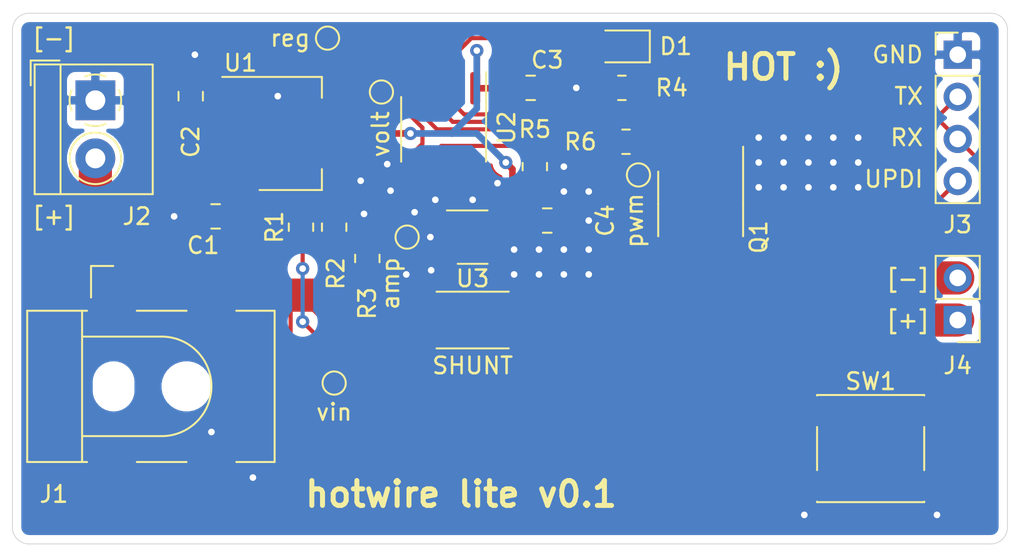
<source format=kicad_pcb>
(kicad_pcb (version 20171130) (host pcbnew 5.99.0+really5.1.10+dfsg1-1)

  (general
    (thickness 1.6)
    (drawings 20)
    (tracks 185)
    (zones 0)
    (modules 26)
    (nets 15)
  )

  (page A4)
  (layers
    (0 F.Cu signal)
    (31 B.Cu signal)
    (32 B.Adhes user)
    (33 F.Adhes user)
    (34 B.Paste user)
    (35 F.Paste user)
    (36 B.SilkS user)
    (37 F.SilkS user)
    (38 B.Mask user)
    (39 F.Mask user)
    (40 Dwgs.User user)
    (41 Cmts.User user)
    (42 Eco1.User user)
    (43 Eco2.User user)
    (44 Edge.Cuts user)
    (45 Margin user)
    (46 B.CrtYd user)
    (47 F.CrtYd user)
    (48 B.Fab user)
    (49 F.Fab user hide)
  )

  (setup
    (last_trace_width 0.25)
    (user_trace_width 0.4)
    (user_trace_width 2)
    (trace_clearance 0.2)
    (zone_clearance 0.4)
    (zone_45_only no)
    (trace_min 0.2)
    (via_size 0.8)
    (via_drill 0.4)
    (via_min_size 0.4)
    (via_min_drill 0.3)
    (uvia_size 0.3)
    (uvia_drill 0.1)
    (uvias_allowed no)
    (uvia_min_size 0.2)
    (uvia_min_drill 0.1)
    (edge_width 0.05)
    (segment_width 0.2)
    (pcb_text_width 0.3)
    (pcb_text_size 1.5 1.5)
    (mod_edge_width 0.12)
    (mod_text_size 1 1)
    (mod_text_width 0.15)
    (pad_size 1.025 1.4)
    (pad_drill 0)
    (pad_to_mask_clearance 0)
    (aux_axis_origin 0 0)
    (visible_elements FFFFFF7F)
    (pcbplotparams
      (layerselection 0x010fc_ffffffff)
      (usegerberextensions false)
      (usegerberattributes true)
      (usegerberadvancedattributes true)
      (creategerberjobfile true)
      (excludeedgelayer true)
      (linewidth 0.100000)
      (plotframeref false)
      (viasonmask false)
      (mode 1)
      (useauxorigin false)
      (hpglpennumber 1)
      (hpglpenspeed 20)
      (hpglpendiameter 15.000000)
      (psnegative false)
      (psa4output false)
      (plotreference true)
      (plotvalue true)
      (plotinvisibletext false)
      (padsonsilk false)
      (subtractmaskfromsilk false)
      (outputformat 1)
      (mirror false)
      (drillshape 0)
      (scaleselection 1)
      (outputdirectory "gerber/v0.1/"))
  )

  (net 0 "")
  (net 1 GNDREF)
  (net 2 /vin)
  (net 3 /vcc)
  (net 4 /voltage_sense)
  (net 5 /current_sense)
  (net 6 /pwm_output)
  (net 7 /UPDI)
  (net 8 "Net-(D1-Pad1)")
  (net 9 /tx_led)
  (net 10 /rx_button)
  (net 11 /output_return)
  (net 12 "Net-(Q1-Pad4)")
  (net 13 /shunt_low)
  (net 14 "Net-(R1-Pad2)")

  (net_class Default "This is the default net class."
    (clearance 0.2)
    (trace_width 0.25)
    (via_dia 0.8)
    (via_drill 0.4)
    (uvia_dia 0.3)
    (uvia_drill 0.1)
    (add_net /UPDI)
    (add_net /current_sense)
    (add_net /output_return)
    (add_net /pwm_output)
    (add_net /rx_button)
    (add_net /shunt_low)
    (add_net /tx_led)
    (add_net /vin)
    (add_net /voltage_sense)
    (add_net GNDREF)
    (add_net "Net-(D1-Pad1)")
    (add_net "Net-(Q1-Pad4)")
    (add_net "Net-(R1-Pad2)")
  )

  (net_class VCC ""
    (clearance 0.2)
    (trace_width 0.4)
    (via_dia 0.8)
    (via_drill 0.4)
    (uvia_dia 0.3)
    (uvia_drill 0.1)
    (add_net /vcc)
  )

  (module Capacitor_SMD:C_0805_2012Metric (layer F.Cu) (tedit 5F68FEEE) (tstamp 61F9B268)
    (at 77.25 70.75 180)
    (descr "Capacitor SMD 0805 (2012 Metric), square (rectangular) end terminal, IPC_7351 nominal, (Body size source: IPC-SM-782 page 76, https://www.pcb-3d.com/wordpress/wp-content/uploads/ipc-sm-782a_amendment_1_and_2.pdf, https://docs.google.com/spreadsheets/d/1BsfQQcO9C6DZCsRaXUlFlo91Tg2WpOkGARC1WS5S8t0/edit?usp=sharing), generated with kicad-footprint-generator")
    (tags capacitor)
    (path /61F9D699)
    (attr smd)
    (fp_text reference C1 (at 0.75 -1.75) (layer F.SilkS)
      (effects (font (size 1 1) (thickness 0.15)))
    )
    (fp_text value 1uF (at 0 1.68) (layer F.Fab)
      (effects (font (size 1 1) (thickness 0.15)))
    )
    (fp_line (start -1 0.625) (end -1 -0.625) (layer F.Fab) (width 0.1))
    (fp_line (start -1 -0.625) (end 1 -0.625) (layer F.Fab) (width 0.1))
    (fp_line (start 1 -0.625) (end 1 0.625) (layer F.Fab) (width 0.1))
    (fp_line (start 1 0.625) (end -1 0.625) (layer F.Fab) (width 0.1))
    (fp_line (start -0.261252 -0.735) (end 0.261252 -0.735) (layer F.SilkS) (width 0.12))
    (fp_line (start -0.261252 0.735) (end 0.261252 0.735) (layer F.SilkS) (width 0.12))
    (fp_line (start -1.7 0.98) (end -1.7 -0.98) (layer F.CrtYd) (width 0.05))
    (fp_line (start -1.7 -0.98) (end 1.7 -0.98) (layer F.CrtYd) (width 0.05))
    (fp_line (start 1.7 -0.98) (end 1.7 0.98) (layer F.CrtYd) (width 0.05))
    (fp_line (start 1.7 0.98) (end -1.7 0.98) (layer F.CrtYd) (width 0.05))
    (fp_text user %R (at 0 0) (layer F.Fab)
      (effects (font (size 0.5 0.5) (thickness 0.08)))
    )
    (pad 2 smd roundrect (at 0.95 0 180) (size 1 1.45) (layers F.Cu F.Paste F.Mask) (roundrect_rratio 0.25)
      (net 1 GNDREF))
    (pad 1 smd roundrect (at -0.95 0 180) (size 1 1.45) (layers F.Cu F.Paste F.Mask) (roundrect_rratio 0.25)
      (net 2 /vin))
    (model ${KISYS3DMOD}/Capacitor_SMD.3dshapes/C_0805_2012Metric.wrl
      (at (xyz 0 0 0))
      (scale (xyz 1 1 1))
      (rotate (xyz 0 0 0))
    )
  )

  (module Resistor_SMD:R_0805_2012Metric (layer F.Cu) (tedit 5F68FEEE) (tstamp 61FB8F04)
    (at 102 66.25)
    (descr "Resistor SMD 0805 (2012 Metric), square (rectangular) end terminal, IPC_7351 nominal, (Body size source: IPC-SM-782 page 72, https://www.pcb-3d.com/wordpress/wp-content/uploads/ipc-sm-782a_amendment_1_and_2.pdf), generated with kicad-footprint-generator")
    (tags resistor)
    (path /62003222)
    (attr smd)
    (fp_text reference R6 (at -2.75 0) (layer F.SilkS)
      (effects (font (size 1 1) (thickness 0.15)))
    )
    (fp_text value 220 (at 0 1.65) (layer F.Fab)
      (effects (font (size 1 1) (thickness 0.15)))
    )
    (fp_line (start 1.68 0.95) (end -1.68 0.95) (layer F.CrtYd) (width 0.05))
    (fp_line (start 1.68 -0.95) (end 1.68 0.95) (layer F.CrtYd) (width 0.05))
    (fp_line (start -1.68 -0.95) (end 1.68 -0.95) (layer F.CrtYd) (width 0.05))
    (fp_line (start -1.68 0.95) (end -1.68 -0.95) (layer F.CrtYd) (width 0.05))
    (fp_line (start -0.227064 0.735) (end 0.227064 0.735) (layer F.SilkS) (width 0.12))
    (fp_line (start -0.227064 -0.735) (end 0.227064 -0.735) (layer F.SilkS) (width 0.12))
    (fp_line (start 1 0.625) (end -1 0.625) (layer F.Fab) (width 0.1))
    (fp_line (start 1 -0.625) (end 1 0.625) (layer F.Fab) (width 0.1))
    (fp_line (start -1 -0.625) (end 1 -0.625) (layer F.Fab) (width 0.1))
    (fp_line (start -1 0.625) (end -1 -0.625) (layer F.Fab) (width 0.1))
    (fp_text user %R (at 0 0) (layer F.Fab)
      (effects (font (size 0.5 0.5) (thickness 0.08)))
    )
    (pad 2 smd roundrect (at 0.9125 0) (size 1.025 1.4) (layers F.Cu F.Paste F.Mask) (roundrect_rratio 0.2439004878048781)
      (net 12 "Net-(Q1-Pad4)"))
    (pad 1 smd roundrect (at -0.9125 0) (size 1.025 1.4) (layers F.Cu F.Paste F.Mask) (roundrect_rratio 0.2439004878048781)
      (net 6 /pwm_output))
    (model ${KISYS3DMOD}/Resistor_SMD.3dshapes/R_0805_2012Metric.wrl
      (at (xyz 0 0 0))
      (scale (xyz 1 1 1))
      (rotate (xyz 0 0 0))
    )
  )

  (module Resistor_SMD:R_0805_2012Metric (layer F.Cu) (tedit 5F68FEEE) (tstamp 61FB908F)
    (at 86.4 73.2875 270)
    (descr "Resistor SMD 0805 (2012 Metric), square (rectangular) end terminal, IPC_7351 nominal, (Body size source: IPC-SM-782 page 72, https://www.pcb-3d.com/wordpress/wp-content/uploads/ipc-sm-782a_amendment_1_and_2.pdf), generated with kicad-footprint-generator")
    (tags resistor)
    (path /620365FA)
    (attr smd)
    (fp_text reference R3 (at 2.7125 0 90) (layer F.SilkS)
      (effects (font (size 1 1) (thickness 0.15)))
    )
    (fp_text value 10k (at 0 1.65 90) (layer F.Fab)
      (effects (font (size 1 1) (thickness 0.15)))
    )
    (fp_line (start 1.68 0.95) (end -1.68 0.95) (layer F.CrtYd) (width 0.05))
    (fp_line (start 1.68 -0.95) (end 1.68 0.95) (layer F.CrtYd) (width 0.05))
    (fp_line (start -1.68 -0.95) (end 1.68 -0.95) (layer F.CrtYd) (width 0.05))
    (fp_line (start -1.68 0.95) (end -1.68 -0.95) (layer F.CrtYd) (width 0.05))
    (fp_line (start -0.227064 0.735) (end 0.227064 0.735) (layer F.SilkS) (width 0.12))
    (fp_line (start -0.227064 -0.735) (end 0.227064 -0.735) (layer F.SilkS) (width 0.12))
    (fp_line (start 1 0.625) (end -1 0.625) (layer F.Fab) (width 0.1))
    (fp_line (start 1 -0.625) (end 1 0.625) (layer F.Fab) (width 0.1))
    (fp_line (start -1 -0.625) (end 1 -0.625) (layer F.Fab) (width 0.1))
    (fp_line (start -1 0.625) (end -1 -0.625) (layer F.Fab) (width 0.1))
    (fp_text user %R (at 0 0 90) (layer F.Fab)
      (effects (font (size 0.5 0.5) (thickness 0.08)))
    )
    (pad 2 smd roundrect (at 0.9125 0 270) (size 1.025 1.4) (layers F.Cu F.Paste F.Mask) (roundrect_rratio 0.2439004878048781)
      (net 1 GNDREF))
    (pad 1 smd roundrect (at -0.9125 0 270) (size 1.025 1.4) (layers F.Cu F.Paste F.Mask) (roundrect_rratio 0.2439004878048781)
      (net 4 /voltage_sense))
    (model ${KISYS3DMOD}/Resistor_SMD.3dshapes/R_0805_2012Metric.wrl
      (at (xyz 0 0 0))
      (scale (xyz 1 1 1))
      (rotate (xyz 0 0 0))
    )
  )

  (module Connector_PinHeader_2.54mm:PinHeader_1x04_P2.54mm_Vertical (layer F.Cu) (tedit 59FED5CC) (tstamp 61FB9F05)
    (at 122 61)
    (descr "Through hole straight pin header, 1x04, 2.54mm pitch, single row")
    (tags "Through hole pin header THT 1x04 2.54mm single row")
    (path /61FE84AE)
    (fp_text reference J3 (at 0 10.25) (layer F.SilkS)
      (effects (font (size 1 1) (thickness 0.15)))
    )
    (fp_text value Conn_01x04 (at 0 9.95) (layer F.Fab)
      (effects (font (size 1 1) (thickness 0.15)))
    )
    (fp_line (start -0.635 -1.27) (end 1.27 -1.27) (layer F.Fab) (width 0.1))
    (fp_line (start 1.27 -1.27) (end 1.27 8.89) (layer F.Fab) (width 0.1))
    (fp_line (start 1.27 8.89) (end -1.27 8.89) (layer F.Fab) (width 0.1))
    (fp_line (start -1.27 8.89) (end -1.27 -0.635) (layer F.Fab) (width 0.1))
    (fp_line (start -1.27 -0.635) (end -0.635 -1.27) (layer F.Fab) (width 0.1))
    (fp_line (start -1.33 8.95) (end 1.33 8.95) (layer F.SilkS) (width 0.12))
    (fp_line (start -1.33 1.27) (end -1.33 8.95) (layer F.SilkS) (width 0.12))
    (fp_line (start 1.33 1.27) (end 1.33 8.95) (layer F.SilkS) (width 0.12))
    (fp_line (start -1.33 1.27) (end 1.33 1.27) (layer F.SilkS) (width 0.12))
    (fp_line (start -1.33 0) (end -1.33 -1.33) (layer F.SilkS) (width 0.12))
    (fp_line (start -1.33 -1.33) (end 0 -1.33) (layer F.SilkS) (width 0.12))
    (fp_line (start -1.8 -1.8) (end -1.8 9.4) (layer F.CrtYd) (width 0.05))
    (fp_line (start -1.8 9.4) (end 1.8 9.4) (layer F.CrtYd) (width 0.05))
    (fp_line (start 1.8 9.4) (end 1.8 -1.8) (layer F.CrtYd) (width 0.05))
    (fp_line (start 1.8 -1.8) (end -1.8 -1.8) (layer F.CrtYd) (width 0.05))
    (fp_text user %R (at 0 3.81 90) (layer F.Fab)
      (effects (font (size 1 1) (thickness 0.15)))
    )
    (pad 4 thru_hole oval (at 0 7.62) (size 1.7 1.7) (drill 1) (layers *.Cu *.Mask)
      (net 7 /UPDI))
    (pad 3 thru_hole oval (at 0 5.08) (size 1.7 1.7) (drill 1) (layers *.Cu *.Mask)
      (net 10 /rx_button))
    (pad 2 thru_hole oval (at 0 2.54) (size 1.7 1.7) (drill 1) (layers *.Cu *.Mask)
      (net 9 /tx_led))
    (pad 1 thru_hole rect (at 0 0) (size 1.7 1.7) (drill 1) (layers *.Cu *.Mask)
      (net 1 GNDREF))
    (model ${KISYS3DMOD}/Connector_PinHeader_2.54mm.3dshapes/PinHeader_1x04_P2.54mm_Vertical.wrl
      (at (xyz 0 0 0))
      (scale (xyz 1 1 1))
      (rotate (xyz 0 0 0))
    )
  )

  (module Connector_PinHeader_2.54mm:PinHeader_1x02_P2.54mm_Vertical (layer F.Cu) (tedit 59FED5CC) (tstamp 61FA06FD)
    (at 122 77 180)
    (descr "Through hole straight pin header, 1x02, 2.54mm pitch, single row")
    (tags "Through hole pin header THT 1x02 2.54mm single row")
    (path /6204FD0C)
    (fp_text reference J4 (at 0 -2.75) (layer F.SilkS)
      (effects (font (size 1 1) (thickness 0.15)))
    )
    (fp_text value Conn_01x02 (at 0 4.87) (layer F.Fab)
      (effects (font (size 1 1) (thickness 0.15)))
    )
    (fp_line (start -0.635 -1.27) (end 1.27 -1.27) (layer F.Fab) (width 0.1))
    (fp_line (start 1.27 -1.27) (end 1.27 3.81) (layer F.Fab) (width 0.1))
    (fp_line (start 1.27 3.81) (end -1.27 3.81) (layer F.Fab) (width 0.1))
    (fp_line (start -1.27 3.81) (end -1.27 -0.635) (layer F.Fab) (width 0.1))
    (fp_line (start -1.27 -0.635) (end -0.635 -1.27) (layer F.Fab) (width 0.1))
    (fp_line (start -1.33 3.87) (end 1.33 3.87) (layer F.SilkS) (width 0.12))
    (fp_line (start -1.33 1.27) (end -1.33 3.87) (layer F.SilkS) (width 0.12))
    (fp_line (start 1.33 1.27) (end 1.33 3.87) (layer F.SilkS) (width 0.12))
    (fp_line (start -1.33 1.27) (end 1.33 1.27) (layer F.SilkS) (width 0.12))
    (fp_line (start -1.33 0) (end -1.33 -1.33) (layer F.SilkS) (width 0.12))
    (fp_line (start -1.33 -1.33) (end 0 -1.33) (layer F.SilkS) (width 0.12))
    (fp_line (start -1.8 -1.8) (end -1.8 4.35) (layer F.CrtYd) (width 0.05))
    (fp_line (start -1.8 4.35) (end 1.8 4.35) (layer F.CrtYd) (width 0.05))
    (fp_line (start 1.8 4.35) (end 1.8 -1.8) (layer F.CrtYd) (width 0.05))
    (fp_line (start 1.8 -1.8) (end -1.8 -1.8) (layer F.CrtYd) (width 0.05))
    (fp_text user %R (at 0 1.27 90) (layer F.Fab)
      (effects (font (size 1 1) (thickness 0.15)))
    )
    (pad 2 thru_hole oval (at 0 2.54 180) (size 1.7 1.7) (drill 1) (layers *.Cu *.Mask)
      (net 11 /output_return))
    (pad 1 thru_hole rect (at 0 0 180) (size 1.7 1.7) (drill 1) (layers *.Cu *.Mask)
      (net 13 /shunt_low))
    (model ${KISYS3DMOD}/Connector_PinHeader_2.54mm.3dshapes/PinHeader_1x02_P2.54mm_Vertical.wrl
      (at (xyz 0 0 0))
      (scale (xyz 1 1 1))
      (rotate (xyz 0 0 0))
    )
  )

  (module Package_TO_SOT_SMD:SOT-223-3_TabPin2 (layer F.Cu) (tedit 5A02FF57) (tstamp 61FA2D9D)
    (at 81.75 65.75)
    (descr "module CMS SOT223 4 pins")
    (tags "CMS SOT")
    (path /62085323)
    (attr smd)
    (fp_text reference U1 (at -3 -4.25) (layer F.SilkS)
      (effects (font (size 1 1) (thickness 0.15)))
    )
    (fp_text value AP1117-50 (at 0 4.5) (layer F.Fab)
      (effects (font (size 1 1) (thickness 0.15)))
    )
    (fp_line (start 1.85 -3.35) (end 1.85 3.35) (layer F.Fab) (width 0.1))
    (fp_line (start -1.85 3.35) (end 1.85 3.35) (layer F.Fab) (width 0.1))
    (fp_line (start -4.1 -3.41) (end 1.91 -3.41) (layer F.SilkS) (width 0.12))
    (fp_line (start -0.85 -3.35) (end 1.85 -3.35) (layer F.Fab) (width 0.1))
    (fp_line (start -1.85 3.41) (end 1.91 3.41) (layer F.SilkS) (width 0.12))
    (fp_line (start -1.85 -2.35) (end -1.85 3.35) (layer F.Fab) (width 0.1))
    (fp_line (start -1.85 -2.35) (end -0.85 -3.35) (layer F.Fab) (width 0.1))
    (fp_line (start -4.4 -3.6) (end -4.4 3.6) (layer F.CrtYd) (width 0.05))
    (fp_line (start -4.4 3.6) (end 4.4 3.6) (layer F.CrtYd) (width 0.05))
    (fp_line (start 4.4 3.6) (end 4.4 -3.6) (layer F.CrtYd) (width 0.05))
    (fp_line (start 4.4 -3.6) (end -4.4 -3.6) (layer F.CrtYd) (width 0.05))
    (fp_line (start 1.91 -3.41) (end 1.91 -2.15) (layer F.SilkS) (width 0.12))
    (fp_line (start 1.91 3.41) (end 1.91 2.15) (layer F.SilkS) (width 0.12))
    (fp_text user %R (at 0 0 90) (layer F.Fab)
      (effects (font (size 0.8 0.8) (thickness 0.12)))
    )
    (pad 2 smd rect (at 3.15 0) (size 2 3.8) (layers F.Cu F.Paste F.Mask)
      (net 3 /vcc))
    (pad 2 smd rect (at -3.15 0) (size 2 1.5) (layers F.Cu F.Paste F.Mask)
      (net 3 /vcc))
    (pad 3 smd rect (at -3.15 2.3) (size 2 1.5) (layers F.Cu F.Paste F.Mask)
      (net 2 /vin))
    (pad 1 smd rect (at -3.15 -2.3) (size 2 1.5) (layers F.Cu F.Paste F.Mask)
      (net 1 GNDREF))
    (model ${KISYS3DMOD}/Package_TO_SOT_SMD.3dshapes/SOT-223.wrl
      (at (xyz 0 0 0))
      (scale (xyz 1 1 1))
      (rotate (xyz 0 0 0))
    )
  )

  (module Resistor_SMD:R_0805_2012Metric (layer F.Cu) (tedit 5F68FEEE) (tstamp 61F9EF7B)
    (at 101.75 63 180)
    (descr "Resistor SMD 0805 (2012 Metric), square (rectangular) end terminal, IPC_7351 nominal, (Body size source: IPC-SM-782 page 72, https://www.pcb-3d.com/wordpress/wp-content/uploads/ipc-sm-782a_amendment_1_and_2.pdf), generated with kicad-footprint-generator")
    (tags resistor)
    (path /61FA52F2)
    (attr smd)
    (fp_text reference R4 (at -3 0) (layer F.SilkS)
      (effects (font (size 1 1) (thickness 0.15)))
    )
    (fp_text value 220 (at 0 1.65) (layer F.Fab)
      (effects (font (size 1 1) (thickness 0.15)))
    )
    (fp_line (start -1 0.625) (end -1 -0.625) (layer F.Fab) (width 0.1))
    (fp_line (start -1 -0.625) (end 1 -0.625) (layer F.Fab) (width 0.1))
    (fp_line (start 1 -0.625) (end 1 0.625) (layer F.Fab) (width 0.1))
    (fp_line (start 1 0.625) (end -1 0.625) (layer F.Fab) (width 0.1))
    (fp_line (start -0.227064 -0.735) (end 0.227064 -0.735) (layer F.SilkS) (width 0.12))
    (fp_line (start -0.227064 0.735) (end 0.227064 0.735) (layer F.SilkS) (width 0.12))
    (fp_line (start -1.68 0.95) (end -1.68 -0.95) (layer F.CrtYd) (width 0.05))
    (fp_line (start -1.68 -0.95) (end 1.68 -0.95) (layer F.CrtYd) (width 0.05))
    (fp_line (start 1.68 -0.95) (end 1.68 0.95) (layer F.CrtYd) (width 0.05))
    (fp_line (start 1.68 0.95) (end -1.68 0.95) (layer F.CrtYd) (width 0.05))
    (fp_text user %R (at 0 0) (layer F.Fab)
      (effects (font (size 0.5 0.5) (thickness 0.08)))
    )
    (pad 2 smd roundrect (at 0.9125 0 180) (size 1.025 1.4) (layers F.Cu F.Paste F.Mask) (roundrect_rratio 0.2439004878048781)
      (net 1 GNDREF))
    (pad 1 smd roundrect (at -0.9125 0 180) (size 1.025 1.4) (layers F.Cu F.Paste F.Mask) (roundrect_rratio 0.2439004878048781)
      (net 8 "Net-(D1-Pad1)"))
    (model ${KISYS3DMOD}/Resistor_SMD.3dshapes/R_0805_2012Metric.wrl
      (at (xyz 0 0 0))
      (scale (xyz 1 1 1))
      (rotate (xyz 0 0 0))
    )
  )

  (module Resistor_SMD:R_0805_2012Metric (layer F.Cu) (tedit 5F68FEEE) (tstamp 61F9A1CE)
    (at 96.5 67.75 90)
    (descr "Resistor SMD 0805 (2012 Metric), square (rectangular) end terminal, IPC_7351 nominal, (Body size source: IPC-SM-782 page 72, https://www.pcb-3d.com/wordpress/wp-content/uploads/ipc-sm-782a_amendment_1_and_2.pdf), generated with kicad-footprint-generator")
    (tags resistor)
    (path /61FA97A8)
    (attr smd)
    (fp_text reference R5 (at 2.25 0 180) (layer F.SilkS)
      (effects (font (size 1 1) (thickness 0.15)))
    )
    (fp_text value 10k (at 0 1.65 90) (layer F.Fab)
      (effects (font (size 1 1) (thickness 0.15)))
    )
    (fp_line (start -1 0.625) (end -1 -0.625) (layer F.Fab) (width 0.1))
    (fp_line (start -1 -0.625) (end 1 -0.625) (layer F.Fab) (width 0.1))
    (fp_line (start 1 -0.625) (end 1 0.625) (layer F.Fab) (width 0.1))
    (fp_line (start 1 0.625) (end -1 0.625) (layer F.Fab) (width 0.1))
    (fp_line (start -0.227064 -0.735) (end 0.227064 -0.735) (layer F.SilkS) (width 0.12))
    (fp_line (start -0.227064 0.735) (end 0.227064 0.735) (layer F.SilkS) (width 0.12))
    (fp_line (start -1.68 0.95) (end -1.68 -0.95) (layer F.CrtYd) (width 0.05))
    (fp_line (start -1.68 -0.95) (end 1.68 -0.95) (layer F.CrtYd) (width 0.05))
    (fp_line (start 1.68 -0.95) (end 1.68 0.95) (layer F.CrtYd) (width 0.05))
    (fp_line (start 1.68 0.95) (end -1.68 0.95) (layer F.CrtYd) (width 0.05))
    (fp_text user %R (at 0 0 90) (layer F.Fab)
      (effects (font (size 0.5 0.5) (thickness 0.08)))
    )
    (pad 2 smd roundrect (at 0.9125 0 90) (size 1.025 1.4) (layers F.Cu F.Paste F.Mask) (roundrect_rratio 0.2439004878048781)
      (net 7 /UPDI))
    (pad 1 smd roundrect (at -0.9125 0 90) (size 1.025 1.4) (layers F.Cu F.Paste F.Mask) (roundrect_rratio 0.2439004878048781)
      (net 3 /vcc))
    (model ${KISYS3DMOD}/Resistor_SMD.3dshapes/R_0805_2012Metric.wrl
      (at (xyz 0 0 0))
      (scale (xyz 1 1 1))
      (rotate (xyz 0 0 0))
    )
  )

  (module Resistor_SMD:R_0805_2012Metric (layer F.Cu) (tedit 5F68FEEE) (tstamp 61FA4903)
    (at 84.4 71.4 270)
    (descr "Resistor SMD 0805 (2012 Metric), square (rectangular) end terminal, IPC_7351 nominal, (Body size source: IPC-SM-782 page 72, https://www.pcb-3d.com/wordpress/wp-content/uploads/ipc-sm-782a_amendment_1_and_2.pdf), generated with kicad-footprint-generator")
    (tags resistor)
    (path /61FE42C4)
    (attr smd)
    (fp_text reference R2 (at 2.8 -0.1 90) (layer F.SilkS)
      (effects (font (size 1 1) (thickness 0.15)))
    )
    (fp_text value 10k (at 0 1.65 90) (layer F.Fab)
      (effects (font (size 1 1) (thickness 0.15)))
    )
    (fp_line (start -1 0.625) (end -1 -0.625) (layer F.Fab) (width 0.1))
    (fp_line (start -1 -0.625) (end 1 -0.625) (layer F.Fab) (width 0.1))
    (fp_line (start 1 -0.625) (end 1 0.625) (layer F.Fab) (width 0.1))
    (fp_line (start 1 0.625) (end -1 0.625) (layer F.Fab) (width 0.1))
    (fp_line (start -0.227064 -0.735) (end 0.227064 -0.735) (layer F.SilkS) (width 0.12))
    (fp_line (start -0.227064 0.735) (end 0.227064 0.735) (layer F.SilkS) (width 0.12))
    (fp_line (start -1.68 0.95) (end -1.68 -0.95) (layer F.CrtYd) (width 0.05))
    (fp_line (start -1.68 -0.95) (end 1.68 -0.95) (layer F.CrtYd) (width 0.05))
    (fp_line (start 1.68 -0.95) (end 1.68 0.95) (layer F.CrtYd) (width 0.05))
    (fp_line (start 1.68 0.95) (end -1.68 0.95) (layer F.CrtYd) (width 0.05))
    (fp_text user %R (at 0 0 90) (layer F.Fab)
      (effects (font (size 0.5 0.5) (thickness 0.08)))
    )
    (pad 2 smd roundrect (at 0.9125 0 270) (size 1.025 1.4) (layers F.Cu F.Paste F.Mask) (roundrect_rratio 0.2439004878048781)
      (net 4 /voltage_sense))
    (pad 1 smd roundrect (at -0.9125 0 270) (size 1.025 1.4) (layers F.Cu F.Paste F.Mask) (roundrect_rratio 0.2439004878048781)
      (net 14 "Net-(R1-Pad2)"))
    (model ${KISYS3DMOD}/Resistor_SMD.3dshapes/R_0805_2012Metric.wrl
      (at (xyz 0 0 0))
      (scale (xyz 1 1 1))
      (rotate (xyz 0 0 0))
    )
  )

  (module Resistor_SMD:R_0805_2012Metric (layer F.Cu) (tedit 5F68FEEE) (tstamp 61FB9311)
    (at 82.4 71.4 90)
    (descr "Resistor SMD 0805 (2012 Metric), square (rectangular) end terminal, IPC_7351 nominal, (Body size source: IPC-SM-782 page 72, https://www.pcb-3d.com/wordpress/wp-content/uploads/ipc-sm-782a_amendment_1_and_2.pdf), generated with kicad-footprint-generator")
    (tags resistor)
    (path /61FE23AA)
    (attr smd)
    (fp_text reference R1 (at 0 -1.6 90) (layer F.SilkS)
      (effects (font (size 1 1) (thickness 0.15)))
    )
    (fp_text value 10k (at 0 1.65 90) (layer F.Fab)
      (effects (font (size 1 1) (thickness 0.15)))
    )
    (fp_line (start -1 0.625) (end -1 -0.625) (layer F.Fab) (width 0.1))
    (fp_line (start -1 -0.625) (end 1 -0.625) (layer F.Fab) (width 0.1))
    (fp_line (start 1 -0.625) (end 1 0.625) (layer F.Fab) (width 0.1))
    (fp_line (start 1 0.625) (end -1 0.625) (layer F.Fab) (width 0.1))
    (fp_line (start -0.227064 -0.735) (end 0.227064 -0.735) (layer F.SilkS) (width 0.12))
    (fp_line (start -0.227064 0.735) (end 0.227064 0.735) (layer F.SilkS) (width 0.12))
    (fp_line (start -1.68 0.95) (end -1.68 -0.95) (layer F.CrtYd) (width 0.05))
    (fp_line (start -1.68 -0.95) (end 1.68 -0.95) (layer F.CrtYd) (width 0.05))
    (fp_line (start 1.68 -0.95) (end 1.68 0.95) (layer F.CrtYd) (width 0.05))
    (fp_line (start 1.68 0.95) (end -1.68 0.95) (layer F.CrtYd) (width 0.05))
    (fp_text user %R (at 0 0 90) (layer F.Fab)
      (effects (font (size 0.5 0.5) (thickness 0.08)))
    )
    (pad 2 smd roundrect (at 0.9125 0 90) (size 1.025 1.4) (layers F.Cu F.Paste F.Mask) (roundrect_rratio 0.2439004878048781)
      (net 14 "Net-(R1-Pad2)"))
    (pad 1 smd roundrect (at -0.9125 0 90) (size 1.025 1.4) (layers F.Cu F.Paste F.Mask) (roundrect_rratio 0.2439004878048781)
      (net 13 /shunt_low))
    (model ${KISYS3DMOD}/Resistor_SMD.3dshapes/R_0805_2012Metric.wrl
      (at (xyz 0 0 0))
      (scale (xyz 1 1 1))
      (rotate (xyz 0 0 0))
    )
  )

  (module LED_SMD:LED_0805_2012Metric (layer F.Cu) (tedit 5F68FEF1) (tstamp 61F9EF6A)
    (at 101.75 60.5 180)
    (descr "LED SMD 0805 (2012 Metric), square (rectangular) end terminal, IPC_7351 nominal, (Body size source: https://docs.google.com/spreadsheets/d/1BsfQQcO9C6DZCsRaXUlFlo91Tg2WpOkGARC1WS5S8t0/edit?usp=sharing), generated with kicad-footprint-generator")
    (tags LED)
    (path /61FA3AE9)
    (attr smd)
    (fp_text reference D1 (at -3.25 0) (layer F.SilkS)
      (effects (font (size 1 1) (thickness 0.15)))
    )
    (fp_text value LED (at 0 1.65) (layer F.Fab)
      (effects (font (size 1 1) (thickness 0.15)))
    )
    (fp_line (start 1 -0.6) (end -0.7 -0.6) (layer F.Fab) (width 0.1))
    (fp_line (start -0.7 -0.6) (end -1 -0.3) (layer F.Fab) (width 0.1))
    (fp_line (start -1 -0.3) (end -1 0.6) (layer F.Fab) (width 0.1))
    (fp_line (start -1 0.6) (end 1 0.6) (layer F.Fab) (width 0.1))
    (fp_line (start 1 0.6) (end 1 -0.6) (layer F.Fab) (width 0.1))
    (fp_line (start 1 -0.96) (end -1.685 -0.96) (layer F.SilkS) (width 0.12))
    (fp_line (start -1.685 -0.96) (end -1.685 0.96) (layer F.SilkS) (width 0.12))
    (fp_line (start -1.685 0.96) (end 1 0.96) (layer F.SilkS) (width 0.12))
    (fp_line (start -1.68 0.95) (end -1.68 -0.95) (layer F.CrtYd) (width 0.05))
    (fp_line (start -1.68 -0.95) (end 1.68 -0.95) (layer F.CrtYd) (width 0.05))
    (fp_line (start 1.68 -0.95) (end 1.68 0.95) (layer F.CrtYd) (width 0.05))
    (fp_line (start 1.68 0.95) (end -1.68 0.95) (layer F.CrtYd) (width 0.05))
    (fp_text user %R (at 0 0) (layer F.Fab)
      (effects (font (size 0.5 0.5) (thickness 0.08)))
    )
    (pad 2 smd roundrect (at 0.9375 0 180) (size 0.975 1.4) (layers F.Cu F.Paste F.Mask) (roundrect_rratio 0.25)
      (net 9 /tx_led))
    (pad 1 smd roundrect (at -0.9375 0 180) (size 0.975 1.4) (layers F.Cu F.Paste F.Mask) (roundrect_rratio 0.25)
      (net 8 "Net-(D1-Pad1)"))
    (model ${KISYS3DMOD}/LED_SMD.3dshapes/LED_0805_2012Metric.wrl
      (at (xyz 0 0 0))
      (scale (xyz 1 1 1))
      (rotate (xyz 0 0 0))
    )
  )

  (module Capacitor_SMD:C_0805_2012Metric (layer F.Cu) (tedit 5F68FEEE) (tstamp 61F9AE73)
    (at 97.25 71)
    (descr "Capacitor SMD 0805 (2012 Metric), square (rectangular) end terminal, IPC_7351 nominal, (Body size source: IPC-SM-782 page 76, https://www.pcb-3d.com/wordpress/wp-content/uploads/ipc-sm-782a_amendment_1_and_2.pdf, https://docs.google.com/spreadsheets/d/1BsfQQcO9C6DZCsRaXUlFlo91Tg2WpOkGARC1WS5S8t0/edit?usp=sharing), generated with kicad-footprint-generator")
    (tags capacitor)
    (path /61FD6570)
    (attr smd)
    (fp_text reference C4 (at 3.5 0 90) (layer F.SilkS)
      (effects (font (size 1 1) (thickness 0.15)))
    )
    (fp_text value 0.1uF (at 0 1.68) (layer F.Fab)
      (effects (font (size 1 1) (thickness 0.15)))
    )
    (fp_line (start -1 0.625) (end -1 -0.625) (layer F.Fab) (width 0.1))
    (fp_line (start -1 -0.625) (end 1 -0.625) (layer F.Fab) (width 0.1))
    (fp_line (start 1 -0.625) (end 1 0.625) (layer F.Fab) (width 0.1))
    (fp_line (start 1 0.625) (end -1 0.625) (layer F.Fab) (width 0.1))
    (fp_line (start -0.261252 -0.735) (end 0.261252 -0.735) (layer F.SilkS) (width 0.12))
    (fp_line (start -0.261252 0.735) (end 0.261252 0.735) (layer F.SilkS) (width 0.12))
    (fp_line (start -1.7 0.98) (end -1.7 -0.98) (layer F.CrtYd) (width 0.05))
    (fp_line (start -1.7 -0.98) (end 1.7 -0.98) (layer F.CrtYd) (width 0.05))
    (fp_line (start 1.7 -0.98) (end 1.7 0.98) (layer F.CrtYd) (width 0.05))
    (fp_line (start 1.7 0.98) (end -1.7 0.98) (layer F.CrtYd) (width 0.05))
    (fp_text user %R (at 0 0) (layer F.Fab)
      (effects (font (size 0.5 0.5) (thickness 0.08)))
    )
    (pad 2 smd roundrect (at 0.95 0) (size 1 1.45) (layers F.Cu F.Paste F.Mask) (roundrect_rratio 0.25)
      (net 1 GNDREF))
    (pad 1 smd roundrect (at -0.95 0) (size 1 1.45) (layers F.Cu F.Paste F.Mask) (roundrect_rratio 0.25)
      (net 3 /vcc))
    (model ${KISYS3DMOD}/Capacitor_SMD.3dshapes/C_0805_2012Metric.wrl
      (at (xyz 0 0 0))
      (scale (xyz 1 1 1))
      (rotate (xyz 0 0 0))
    )
  )

  (module Capacitor_SMD:C_0805_2012Metric (layer F.Cu) (tedit 5F68FEEE) (tstamp 61F996ED)
    (at 96.25 63)
    (descr "Capacitor SMD 0805 (2012 Metric), square (rectangular) end terminal, IPC_7351 nominal, (Body size source: IPC-SM-782 page 76, https://www.pcb-3d.com/wordpress/wp-content/uploads/ipc-sm-782a_amendment_1_and_2.pdf, https://docs.google.com/spreadsheets/d/1BsfQQcO9C6DZCsRaXUlFlo91Tg2WpOkGARC1WS5S8t0/edit?usp=sharing), generated with kicad-footprint-generator")
    (tags capacitor)
    (path /62065050)
    (attr smd)
    (fp_text reference C3 (at 1 -1.68) (layer F.SilkS)
      (effects (font (size 1 1) (thickness 0.15)))
    )
    (fp_text value 0.1uF (at 0 1.68) (layer F.Fab)
      (effects (font (size 1 1) (thickness 0.15)))
    )
    (fp_line (start -1 0.625) (end -1 -0.625) (layer F.Fab) (width 0.1))
    (fp_line (start -1 -0.625) (end 1 -0.625) (layer F.Fab) (width 0.1))
    (fp_line (start 1 -0.625) (end 1 0.625) (layer F.Fab) (width 0.1))
    (fp_line (start 1 0.625) (end -1 0.625) (layer F.Fab) (width 0.1))
    (fp_line (start -0.261252 -0.735) (end 0.261252 -0.735) (layer F.SilkS) (width 0.12))
    (fp_line (start -0.261252 0.735) (end 0.261252 0.735) (layer F.SilkS) (width 0.12))
    (fp_line (start -1.7 0.98) (end -1.7 -0.98) (layer F.CrtYd) (width 0.05))
    (fp_line (start -1.7 -0.98) (end 1.7 -0.98) (layer F.CrtYd) (width 0.05))
    (fp_line (start 1.7 -0.98) (end 1.7 0.98) (layer F.CrtYd) (width 0.05))
    (fp_line (start 1.7 0.98) (end -1.7 0.98) (layer F.CrtYd) (width 0.05))
    (fp_text user %R (at 0 0) (layer F.Fab)
      (effects (font (size 0.5 0.5) (thickness 0.08)))
    )
    (pad 2 smd roundrect (at 0.95 0) (size 1 1.45) (layers F.Cu F.Paste F.Mask) (roundrect_rratio 0.25)
      (net 1 GNDREF))
    (pad 1 smd roundrect (at -0.95 0) (size 1 1.45) (layers F.Cu F.Paste F.Mask) (roundrect_rratio 0.25)
      (net 3 /vcc))
    (model ${KISYS3DMOD}/Capacitor_SMD.3dshapes/C_0805_2012Metric.wrl
      (at (xyz 0 0 0))
      (scale (xyz 1 1 1))
      (rotate (xyz 0 0 0))
    )
  )

  (module Capacitor_SMD:C_0805_2012Metric (layer F.Cu) (tedit 5F68FEEE) (tstamp 61FA3E95)
    (at 75.75 63.5 90)
    (descr "Capacitor SMD 0805 (2012 Metric), square (rectangular) end terminal, IPC_7351 nominal, (Body size source: IPC-SM-782 page 76, https://www.pcb-3d.com/wordpress/wp-content/uploads/ipc-sm-782a_amendment_1_and_2.pdf, https://docs.google.com/spreadsheets/d/1BsfQQcO9C6DZCsRaXUlFlo91Tg2WpOkGARC1WS5S8t0/edit?usp=sharing), generated with kicad-footprint-generator")
    (tags capacitor)
    (path /61F8D340)
    (attr smd)
    (fp_text reference C2 (at -2.75 0 90) (layer F.SilkS)
      (effects (font (size 1 1) (thickness 0.15)))
    )
    (fp_text value 1uF (at 0 1.68 90) (layer F.Fab)
      (effects (font (size 1 1) (thickness 0.15)))
    )
    (fp_line (start -1 0.625) (end -1 -0.625) (layer F.Fab) (width 0.1))
    (fp_line (start -1 -0.625) (end 1 -0.625) (layer F.Fab) (width 0.1))
    (fp_line (start 1 -0.625) (end 1 0.625) (layer F.Fab) (width 0.1))
    (fp_line (start 1 0.625) (end -1 0.625) (layer F.Fab) (width 0.1))
    (fp_line (start -0.261252 -0.735) (end 0.261252 -0.735) (layer F.SilkS) (width 0.12))
    (fp_line (start -0.261252 0.735) (end 0.261252 0.735) (layer F.SilkS) (width 0.12))
    (fp_line (start -1.7 0.98) (end -1.7 -0.98) (layer F.CrtYd) (width 0.05))
    (fp_line (start -1.7 -0.98) (end 1.7 -0.98) (layer F.CrtYd) (width 0.05))
    (fp_line (start 1.7 -0.98) (end 1.7 0.98) (layer F.CrtYd) (width 0.05))
    (fp_line (start 1.7 0.98) (end -1.7 0.98) (layer F.CrtYd) (width 0.05))
    (fp_text user %R (at 0 0 90) (layer F.Fab)
      (effects (font (size 0.5 0.5) (thickness 0.08)))
    )
    (pad 2 smd roundrect (at 0.95 0 90) (size 1 1.45) (layers F.Cu F.Paste F.Mask) (roundrect_rratio 0.25)
      (net 1 GNDREF))
    (pad 1 smd roundrect (at -0.95 0 90) (size 1 1.45) (layers F.Cu F.Paste F.Mask) (roundrect_rratio 0.25)
      (net 3 /vcc))
    (model ${KISYS3DMOD}/Capacitor_SMD.3dshapes/C_0805_2012Metric.wrl
      (at (xyz 0 0 0))
      (scale (xyz 1 1 1))
      (rotate (xyz 0 0 0))
    )
  )

  (module Connector_BarrelJack:BarrelJack_CLIFF_FC681465S_SMT_Horizontal (layer F.Cu) (tedit 5E73DD84) (tstamp 61FA1D21)
    (at 74 81)
    (descr "Surface-mount DC Barrel Jack, https://www.cliffuk.co.uk/products/dcconnectors/FC681465S.pdf")
    (tags "Power Jack SMT")
    (path /61FAFD02)
    (attr smd)
    (fp_text reference J1 (at -6.5 6.5 180) (layer F.SilkS)
      (effects (font (size 1 1) (thickness 0.15)))
    )
    (fp_text value Barrel_Jack (at -0.5 8.5 180) (layer F.Fab)
      (effects (font (size 1 1) (thickness 0.15)))
    )
    (fp_line (start -4.26 -7.26) (end -4.26 -5.36) (layer F.SilkS) (width 0.12))
    (fp_line (start -2.92 -7.26) (end -4.26 -7.26) (layer F.SilkS) (width 0.12))
    (fp_line (start -8 4.45) (end -8 -4.45) (layer F.Fab) (width 0.1))
    (fp_line (start -2 -4.45) (end 6.7 -4.45) (layer F.Fab) (width 0.1))
    (fp_line (start 6.7 4.45) (end 6.7 -4.45) (layer F.Fab) (width 0.1))
    (fp_line (start -8 4.45) (end 6.7 4.45) (layer F.Fab) (width 0.1))
    (fp_line (start -8.11 -4.56) (end -4.5 -4.56) (layer F.SilkS) (width 0.12))
    (fp_line (start 6.81 4.56) (end 6.81 -4.56) (layer F.SilkS) (width 0.12))
    (fp_line (start -1.5 -4.56) (end 1.5 -4.56) (layer F.SilkS) (width 0.12))
    (fp_line (start 4.5 -4.56) (end 6.81 -4.56) (layer F.SilkS) (width 0.12))
    (fp_line (start 4.5 4.56) (end 6.81 4.56) (layer F.SilkS) (width 0.12))
    (fp_line (start -1.5 4.56) (end 1.5 4.56) (layer F.SilkS) (width 0.12))
    (fp_line (start -8.11 4.56) (end -4.5 4.56) (layer F.SilkS) (width 0.12))
    (fp_line (start -8.11 4.56) (end -8.11 -4.56) (layer F.SilkS) (width 0.12))
    (fp_line (start -4.8 4.56) (end -4.8 -4.56) (layer F.SilkS) (width 0.12))
    (fp_line (start -4.8 -3) (end 0 -3) (layer F.SilkS) (width 0.12))
    (fp_line (start -4.8 3) (end 0 3) (layer F.SilkS) (width 0.12))
    (fp_line (start -8.5 7.5) (end 7.2 7.5) (layer F.CrtYd) (width 0.05))
    (fp_line (start 7.2 7.5) (end 7.2 -7.5) (layer F.CrtYd) (width 0.05))
    (fp_line (start -8.5 -7.5) (end 7.2 -7.5) (layer F.CrtYd) (width 0.05))
    (fp_line (start -8.5 7.5) (end -8.5 -7.5) (layer F.CrtYd) (width 0.05))
    (fp_line (start -8 -4.45) (end -4 -4.45) (layer F.Fab) (width 0.1))
    (fp_line (start -4 -4.45) (end -3 -3.5) (layer F.Fab) (width 0.1))
    (fp_line (start -3 -3.5) (end -2 -4.45) (layer F.Fab) (width 0.1))
    (fp_text user %R (at -0.5 0.5 180) (layer F.Fab)
      (effects (font (size 1 1) (thickness 0.15)))
    )
    (fp_arc (start 0 0) (end 0 3) (angle -180) (layer F.SilkS) (width 0.12))
    (pad 3 smd rect (at -3 5.5 90) (size 3 2) (layers F.Cu F.Paste F.Mask))
    (pad 2 smd rect (at 3 5.5 90) (size 3 2) (layers F.Cu F.Paste F.Mask)
      (net 1 GNDREF))
    (pad 1 smd rect (at 3 -5.5 90) (size 3 2) (layers F.Cu F.Paste F.Mask)
      (net 2 /vin))
    (pad 1 smd rect (at -3 -5.5 90) (size 3 2) (layers F.Cu F.Paste F.Mask)
      (net 2 /vin))
    (pad "" np_thru_hole circle (at 1.5 0 90) (size 2 2) (drill 2) (layers *.Cu *.Mask))
    (pad "" np_thru_hole oval (at -2.9 0 90) (size 2 1.5) (drill oval 2 1.5) (layers *.Cu *.Mask))
    (model ${KISYS3DMOD}/Connector_BarrelJack.3dshapes/BarrelJack_CLIFF_FC681465S_SMT_Horizontal.wrl
      (at (xyz 0 0 0))
      (scale (xyz 1 1 1))
      (rotate (xyz 0 0 0))
    )
  )

  (module Package_SO:SOIC-8_3.9x4.9mm_P1.27mm (layer F.Cu) (tedit 5D9F72B1) (tstamp 61F91486)
    (at 91 65.5 270)
    (descr "SOIC, 8 Pin (JEDEC MS-012AA, https://www.analog.com/media/en/package-pcb-resources/package/pkg_pdf/soic_narrow-r/r_8.pdf), generated with kicad-footprint-generator ipc_gullwing_generator.py")
    (tags "SOIC SO")
    (path /61F8B5AA)
    (attr smd)
    (fp_text reference U2 (at -0.1 -3.8 90) (layer F.SilkS)
      (effects (font (size 1 1) (thickness 0.15)))
    )
    (fp_text value ATtiny402-SS (at 0 3.4 90) (layer F.Fab)
      (effects (font (size 1 1) (thickness 0.15)))
    )
    (fp_line (start 3.7 -2.7) (end -3.7 -2.7) (layer F.CrtYd) (width 0.05))
    (fp_line (start 3.7 2.7) (end 3.7 -2.7) (layer F.CrtYd) (width 0.05))
    (fp_line (start -3.7 2.7) (end 3.7 2.7) (layer F.CrtYd) (width 0.05))
    (fp_line (start -3.7 -2.7) (end -3.7 2.7) (layer F.CrtYd) (width 0.05))
    (fp_line (start -1.95 -1.475) (end -0.975 -2.45) (layer F.Fab) (width 0.1))
    (fp_line (start -1.95 2.45) (end -1.95 -1.475) (layer F.Fab) (width 0.1))
    (fp_line (start 1.95 2.45) (end -1.95 2.45) (layer F.Fab) (width 0.1))
    (fp_line (start 1.95 -2.45) (end 1.95 2.45) (layer F.Fab) (width 0.1))
    (fp_line (start -0.975 -2.45) (end 1.95 -2.45) (layer F.Fab) (width 0.1))
    (fp_line (start 0 -2.56) (end -3.45 -2.56) (layer F.SilkS) (width 0.12))
    (fp_line (start 0 -2.56) (end 1.95 -2.56) (layer F.SilkS) (width 0.12))
    (fp_line (start 0 2.56) (end -1.95 2.56) (layer F.SilkS) (width 0.12))
    (fp_line (start 0 2.56) (end 1.95 2.56) (layer F.SilkS) (width 0.12))
    (fp_text user %R (at 0 0 90) (layer F.Fab)
      (effects (font (size 0.98 0.98) (thickness 0.15)))
    )
    (pad 8 smd roundrect (at 2.475 -1.905 270) (size 1.95 0.6) (layers F.Cu F.Paste F.Mask) (roundrect_rratio 0.25)
      (net 1 GNDREF))
    (pad 7 smd roundrect (at 2.475 -0.635 270) (size 1.95 0.6) (layers F.Cu F.Paste F.Mask) (roundrect_rratio 0.25)
      (net 5 /current_sense))
    (pad 6 smd roundrect (at 2.475 0.635 270) (size 1.95 0.6) (layers F.Cu F.Paste F.Mask) (roundrect_rratio 0.25)
      (net 7 /UPDI))
    (pad 5 smd roundrect (at 2.475 1.905 270) (size 1.95 0.6) (layers F.Cu F.Paste F.Mask) (roundrect_rratio 0.25)
      (net 4 /voltage_sense))
    (pad 4 smd roundrect (at -2.475 1.905 270) (size 1.95 0.6) (layers F.Cu F.Paste F.Mask) (roundrect_rratio 0.25)
      (net 6 /pwm_output))
    (pad 3 smd roundrect (at -2.475 0.635 270) (size 1.95 0.6) (layers F.Cu F.Paste F.Mask) (roundrect_rratio 0.25)
      (net 10 /rx_button))
    (pad 2 smd roundrect (at -2.475 -0.635 270) (size 1.95 0.6) (layers F.Cu F.Paste F.Mask) (roundrect_rratio 0.25)
      (net 9 /tx_led))
    (pad 1 smd roundrect (at -2.475 -1.905 270) (size 1.95 0.6) (layers F.Cu F.Paste F.Mask) (roundrect_rratio 0.25)
      (net 3 /vcc))
    (model ${KISYS3DMOD}/Package_SO.3dshapes/SOIC-8_3.9x4.9mm_P1.27mm.wrl
      (at (xyz 0 0 0))
      (scale (xyz 1 1 1))
      (rotate (xyz 0 0 0))
    )
  )

  (module Package_SO:SOIC-8_3.9x4.9mm_P1.27mm (layer F.Cu) (tedit 5D9F72B1) (tstamp 61F99DCB)
    (at 106.5 70 270)
    (descr "SOIC, 8 Pin (JEDEC MS-012AA, https://www.analog.com/media/en/package-pcb-resources/package/pkg_pdf/soic_narrow-r/r_8.pdf), generated with kicad-footprint-generator ipc_gullwing_generator.py")
    (tags "SOIC SO")
    (path /61FBC2EA)
    (attr smd)
    (fp_text reference Q1 (at 2 -3.5 90) (layer F.SilkS)
      (effects (font (size 1 1) (thickness 0.15)))
    )
    (fp_text value Si4162DY (at 0 3.4 90) (layer F.Fab)
      (effects (font (size 1 1) (thickness 0.15)))
    )
    (fp_line (start 3.7 -2.7) (end -3.7 -2.7) (layer F.CrtYd) (width 0.05))
    (fp_line (start 3.7 2.7) (end 3.7 -2.7) (layer F.CrtYd) (width 0.05))
    (fp_line (start -3.7 2.7) (end 3.7 2.7) (layer F.CrtYd) (width 0.05))
    (fp_line (start -3.7 -2.7) (end -3.7 2.7) (layer F.CrtYd) (width 0.05))
    (fp_line (start -1.95 -1.475) (end -0.975 -2.45) (layer F.Fab) (width 0.1))
    (fp_line (start -1.95 2.45) (end -1.95 -1.475) (layer F.Fab) (width 0.1))
    (fp_line (start 1.95 2.45) (end -1.95 2.45) (layer F.Fab) (width 0.1))
    (fp_line (start 1.95 -2.45) (end 1.95 2.45) (layer F.Fab) (width 0.1))
    (fp_line (start -0.975 -2.45) (end 1.95 -2.45) (layer F.Fab) (width 0.1))
    (fp_line (start 0 -2.56) (end -3.45 -2.56) (layer F.SilkS) (width 0.12))
    (fp_line (start 0 -2.56) (end 1.95 -2.56) (layer F.SilkS) (width 0.12))
    (fp_line (start 0 2.56) (end -1.95 2.56) (layer F.SilkS) (width 0.12))
    (fp_line (start 0 2.56) (end 1.95 2.56) (layer F.SilkS) (width 0.12))
    (fp_text user %R (at -4.065001 -4.725001 90) (layer F.Fab)
      (effects (font (size 0.98 0.98) (thickness 0.15)))
    )
    (pad 8 smd roundrect (at 2.475 -1.905 270) (size 1.95 0.6) (layers F.Cu F.Paste F.Mask) (roundrect_rratio 0.25)
      (net 11 /output_return))
    (pad 7 smd roundrect (at 2.475 -0.635 270) (size 1.95 0.6) (layers F.Cu F.Paste F.Mask) (roundrect_rratio 0.25)
      (net 11 /output_return))
    (pad 6 smd roundrect (at 2.475 0.635 270) (size 1.95 0.6) (layers F.Cu F.Paste F.Mask) (roundrect_rratio 0.25)
      (net 11 /output_return))
    (pad 5 smd roundrect (at 2.475 1.905 270) (size 1.95 0.6) (layers F.Cu F.Paste F.Mask) (roundrect_rratio 0.25)
      (net 11 /output_return))
    (pad 4 smd roundrect (at -2.475 1.905 270) (size 1.95 0.6) (layers F.Cu F.Paste F.Mask) (roundrect_rratio 0.25)
      (net 12 "Net-(Q1-Pad4)"))
    (pad 3 smd roundrect (at -2.475 0.635 270) (size 1.95 0.6) (layers F.Cu F.Paste F.Mask) (roundrect_rratio 0.25)
      (net 1 GNDREF))
    (pad 2 smd roundrect (at -2.475 -0.635 270) (size 1.95 0.6) (layers F.Cu F.Paste F.Mask) (roundrect_rratio 0.25)
      (net 1 GNDREF))
    (pad 1 smd roundrect (at -2.475 -1.905 270) (size 1.95 0.6) (layers F.Cu F.Paste F.Mask) (roundrect_rratio 0.25)
      (net 1 GNDREF))
    (model ${KISYS3DMOD}/Package_SO.3dshapes/SOIC-8_3.9x4.9mm_P1.27mm.wrl
      (at (xyz 0 0 0))
      (scale (xyz 1 1 1))
      (rotate (xyz 0 0 0))
    )
  )

  (module Resistor_SMD:R_2512_6332Metric (layer F.Cu) (tedit 5F68FEEE) (tstamp 61F92132)
    (at 92.75 77)
    (descr "Resistor SMD 2512 (6332 Metric), square (rectangular) end terminal, IPC_7351 nominal, (Body size source: IPC-SM-782 page 72, https://www.pcb-3d.com/wordpress/wp-content/uploads/ipc-sm-782a_amendment_1_and_2.pdf), generated with kicad-footprint-generator")
    (tags resistor)
    (path /61FC5936)
    (attr smd)
    (fp_text reference SHUNT (at 0 2.75) (layer F.SilkS)
      (effects (font (size 1 1) (thickness 0.15)))
    )
    (fp_text value R_Small_US (at 0 2.62) (layer F.Fab)
      (effects (font (size 1 1) (thickness 0.15)))
    )
    (fp_line (start 3.82 1.92) (end -3.82 1.92) (layer F.CrtYd) (width 0.05))
    (fp_line (start 3.82 -1.92) (end 3.82 1.92) (layer F.CrtYd) (width 0.05))
    (fp_line (start -3.82 -1.92) (end 3.82 -1.92) (layer F.CrtYd) (width 0.05))
    (fp_line (start -3.82 1.92) (end -3.82 -1.92) (layer F.CrtYd) (width 0.05))
    (fp_line (start -2.177064 1.71) (end 2.177064 1.71) (layer F.SilkS) (width 0.12))
    (fp_line (start -2.177064 -1.71) (end 2.177064 -1.71) (layer F.SilkS) (width 0.12))
    (fp_line (start 3.15 1.6) (end -3.15 1.6) (layer F.Fab) (width 0.1))
    (fp_line (start 3.15 -1.6) (end 3.15 1.6) (layer F.Fab) (width 0.1))
    (fp_line (start -3.15 -1.6) (end 3.15 -1.6) (layer F.Fab) (width 0.1))
    (fp_line (start -3.15 1.6) (end -3.15 -1.6) (layer F.Fab) (width 0.1))
    (fp_text user %R (at 0 0) (layer F.Fab)
      (effects (font (size 1 1) (thickness 0.15)))
    )
    (pad 2 smd roundrect (at 2.9625 0) (size 1.225 3.35) (layers F.Cu F.Paste F.Mask) (roundrect_rratio 0.2040808163265306)
      (net 13 /shunt_low))
    (pad 1 smd roundrect (at -2.9625 0) (size 1.225 3.35) (layers F.Cu F.Paste F.Mask) (roundrect_rratio 0.2040808163265306)
      (net 2 /vin))
    (model ${KISYS3DMOD}/Resistor_SMD.3dshapes/R_2512_6332Metric.wrl
      (at (xyz 0 0 0))
      (scale (xyz 1 1 1))
      (rotate (xyz 0 0 0))
    )
  )

  (module Package_TO_SOT_SMD:SOT-23-6 (layer F.Cu) (tedit 5A02FF57) (tstamp 61F9ADC8)
    (at 92.75 72)
    (descr "6-pin SOT-23 package")
    (tags SOT-23-6)
    (path /61FC6B9C)
    (attr smd)
    (fp_text reference U3 (at 0 2.5) (layer F.SilkS)
      (effects (font (size 1 1) (thickness 0.15)))
    )
    (fp_text value INA181 (at 0 2.9) (layer F.Fab)
      (effects (font (size 1 1) (thickness 0.15)))
    )
    (fp_line (start 0.9 -1.55) (end 0.9 1.55) (layer F.Fab) (width 0.1))
    (fp_line (start 0.9 1.55) (end -0.9 1.55) (layer F.Fab) (width 0.1))
    (fp_line (start -0.9 -0.9) (end -0.9 1.55) (layer F.Fab) (width 0.1))
    (fp_line (start 0.9 -1.55) (end -0.25 -1.55) (layer F.Fab) (width 0.1))
    (fp_line (start -0.9 -0.9) (end -0.25 -1.55) (layer F.Fab) (width 0.1))
    (fp_line (start -1.9 -1.8) (end -1.9 1.8) (layer F.CrtYd) (width 0.05))
    (fp_line (start -1.9 1.8) (end 1.9 1.8) (layer F.CrtYd) (width 0.05))
    (fp_line (start 1.9 1.8) (end 1.9 -1.8) (layer F.CrtYd) (width 0.05))
    (fp_line (start 1.9 -1.8) (end -1.9 -1.8) (layer F.CrtYd) (width 0.05))
    (fp_line (start 0.9 -1.61) (end -1.55 -1.61) (layer F.SilkS) (width 0.12))
    (fp_line (start -0.9 1.61) (end 0.9 1.61) (layer F.SilkS) (width 0.12))
    (fp_text user %R (at 0 0 90) (layer F.Fab)
      (effects (font (size 0.5 0.5) (thickness 0.075)))
    )
    (pad 5 smd rect (at 1.1 0) (size 1.06 0.65) (layers F.Cu F.Paste F.Mask)
      (net 1 GNDREF))
    (pad 6 smd rect (at 1.1 -0.95) (size 1.06 0.65) (layers F.Cu F.Paste F.Mask)
      (net 3 /vcc))
    (pad 4 smd rect (at 1.1 0.95) (size 1.06 0.65) (layers F.Cu F.Paste F.Mask)
      (net 13 /shunt_low))
    (pad 3 smd rect (at -1.1 0.95) (size 1.06 0.65) (layers F.Cu F.Paste F.Mask)
      (net 2 /vin))
    (pad 2 smd rect (at -1.1 0) (size 1.06 0.65) (layers F.Cu F.Paste F.Mask)
      (net 1 GNDREF))
    (pad 1 smd rect (at -1.1 -0.95) (size 1.06 0.65) (layers F.Cu F.Paste F.Mask)
      (net 5 /current_sense))
    (model ${KISYS3DMOD}/Package_TO_SOT_SMD.3dshapes/SOT-23-6.wrl
      (at (xyz 0 0 0))
      (scale (xyz 1 1 1))
      (rotate (xyz 0 0 0))
    )
  )

  (module TestPoint:TestPoint_Pad_D1.0mm (layer F.Cu) (tedit 5A0F774F) (tstamp 6202DC95)
    (at 87.25 63.25)
    (descr "SMD pad as test Point, diameter 1.0mm")
    (tags "test point SMD pad")
    (path /61FA928F)
    (attr virtual)
    (fp_text reference volt (at -0.05 2.55 90) (layer F.SilkS)
      (effects (font (size 1 1) (thickness 0.15)))
    )
    (fp_text value volt (at 0 1.55) (layer F.Fab)
      (effects (font (size 1 1) (thickness 0.15)))
    )
    (fp_circle (center 0 0) (end 1 0) (layer F.CrtYd) (width 0.05))
    (fp_circle (center 0 0) (end 0 0.7) (layer F.SilkS) (width 0.12))
    (fp_text user %R (at 0 -1.45) (layer F.Fab)
      (effects (font (size 1 1) (thickness 0.15)))
    )
    (pad 1 smd circle (at 0 0) (size 1 1) (layers F.Cu F.Mask)
      (net 4 /voltage_sense))
  )

  (module TestPoint:TestPoint_Pad_D1.0mm (layer F.Cu) (tedit 5A0F774F) (tstamp 61FA1E69)
    (at 84.4 80.8)
    (descr "SMD pad as test Point, diameter 1.0mm")
    (tags "test point SMD pad")
    (path /61FA1C8A)
    (attr virtual)
    (fp_text reference vin (at 0 1.75) (layer F.SilkS)
      (effects (font (size 1 1) (thickness 0.15)))
    )
    (fp_text value vin (at 0 1.55) (layer F.Fab)
      (effects (font (size 1 1) (thickness 0.15)))
    )
    (fp_circle (center 0 0) (end 1 0) (layer F.CrtYd) (width 0.05))
    (fp_circle (center 0 0) (end 0 0.7) (layer F.SilkS) (width 0.12))
    (fp_text user %R (at 0 -1.45) (layer F.Fab)
      (effects (font (size 1 1) (thickness 0.15)))
    )
    (pad 1 smd circle (at 0 0) (size 1 1) (layers F.Cu F.Mask)
      (net 2 /vin))
  )

  (module TestPoint:TestPoint_Pad_D1.0mm (layer F.Cu) (tedit 5A0F774F) (tstamp 61FA407A)
    (at 84 60)
    (descr "SMD pad as test Point, diameter 1.0mm")
    (tags "test point SMD pad")
    (path /61FA2EC8)
    (attr virtual)
    (fp_text reference reg (at -2.25 0) (layer F.SilkS)
      (effects (font (size 1 1) (thickness 0.15)))
    )
    (fp_text value reg (at 0 1.55) (layer F.Fab)
      (effects (font (size 1 1) (thickness 0.15)))
    )
    (fp_circle (center 0 0) (end 0 0.7) (layer F.SilkS) (width 0.12))
    (fp_circle (center 0 0) (end 1 0) (layer F.CrtYd) (width 0.05))
    (fp_text user %R (at 0 -1.45) (layer F.Fab)
      (effects (font (size 1 1) (thickness 0.15)))
    )
    (pad 1 smd circle (at 0 0) (size 1 1) (layers F.Cu F.Mask)
      (net 3 /vcc))
  )

  (module TestPoint:TestPoint_Pad_D1.0mm (layer F.Cu) (tedit 5A0F774F) (tstamp 61FA1E79)
    (at 102.75 68.25)
    (descr "SMD pad as test Point, diameter 1.0mm")
    (tags "test point SMD pad")
    (path /61FA6F0F)
    (attr virtual)
    (fp_text reference pwm (at -0.25 2.75 90) (layer F.SilkS)
      (effects (font (size 1 1) (thickness 0.15)))
    )
    (fp_text value pwm (at 0 1.55) (layer F.Fab)
      (effects (font (size 1 1) (thickness 0.15)))
    )
    (fp_circle (center 0 0) (end 0 0.7) (layer F.SilkS) (width 0.12))
    (fp_circle (center 0 0) (end 1 0) (layer F.CrtYd) (width 0.05))
    (fp_text user %R (at 0 -1.45) (layer F.Fab)
      (effects (font (size 1 1) (thickness 0.15)))
    )
    (pad 1 smd circle (at 0 0) (size 1 1) (layers F.Cu F.Mask)
      (net 12 "Net-(Q1-Pad4)"))
  )

  (module TestPoint:TestPoint_Pad_D1.0mm (layer F.Cu) (tedit 5A0F774F) (tstamp 61FB95E1)
    (at 88.8 72)
    (descr "SMD pad as test Point, diameter 1.0mm")
    (tags "test point SMD pad")
    (path /61FA4F98)
    (attr virtual)
    (fp_text reference amp (at -1 2.8 90) (layer F.SilkS)
      (effects (font (size 1 1) (thickness 0.15)))
    )
    (fp_text value amp (at 0 1.55) (layer F.Fab)
      (effects (font (size 1 1) (thickness 0.15)))
    )
    (fp_circle (center 0 0) (end 1 0) (layer F.CrtYd) (width 0.05))
    (fp_circle (center 0 0) (end 0 0.7) (layer F.SilkS) (width 0.12))
    (fp_text user %R (at 0 -1.45) (layer F.Fab)
      (effects (font (size 1 1) (thickness 0.15)))
    )
    (pad 1 smd circle (at 0 0) (size 1 1) (layers F.Cu F.Mask)
      (net 5 /current_sense))
  )

  (module TerminalBlock_4Ucon:TerminalBlock_4Ucon_1x02_P3.50mm_Horizontal (layer F.Cu) (tedit 5B294E91) (tstamp 61FA074D)
    (at 70 63.75 270)
    (descr "Terminal Block 4Ucon ItemNo. 19963, 2 pins, pitch 3.5mm, size 7.7x7mm^2, drill diamater 1.2mm, pad diameter 2.4mm, see http://www.4uconnector.com/online/object/4udrawing/19963.pdf, script-generated using https://github.com/pointhi/kicad-footprint-generator/scripts/TerminalBlock_4Ucon")
    (tags "THT Terminal Block 4Ucon ItemNo. 19963 pitch 3.5mm size 7.7x7mm^2 drill 1.2mm pad 2.4mm")
    (path /61FF9D1B)
    (fp_text reference J2 (at 7 -2.5) (layer F.SilkS)
      (effects (font (size 1 1) (thickness 0.15)))
    )
    (fp_text value Screw_Terminal_01x02 (at 1.75 4.66 90) (layer F.Fab)
      (effects (font (size 1 1) (thickness 0.15)))
    )
    (fp_line (start 6.1 -3.9) (end -2.6 -3.9) (layer F.CrtYd) (width 0.05))
    (fp_line (start 6.1 4.1) (end 6.1 -3.9) (layer F.CrtYd) (width 0.05))
    (fp_line (start -2.6 4.1) (end 6.1 4.1) (layer F.CrtYd) (width 0.05))
    (fp_line (start -2.6 -3.9) (end -2.6 4.1) (layer F.CrtYd) (width 0.05))
    (fp_line (start -2.4 3.9) (end -0.9 3.9) (layer F.SilkS) (width 0.12))
    (fp_line (start -2.4 2.16) (end -2.4 3.9) (layer F.SilkS) (width 0.12))
    (fp_line (start 2.4 0.069) (end 2.4 -0.069) (layer F.Fab) (width 0.1))
    (fp_line (start 3.431 0.069) (end 2.4 0.069) (layer F.Fab) (width 0.1))
    (fp_line (start 3.431 1.1) (end 3.431 0.069) (layer F.Fab) (width 0.1))
    (fp_line (start 3.569 1.1) (end 3.431 1.1) (layer F.Fab) (width 0.1))
    (fp_line (start 3.569 0.069) (end 3.569 1.1) (layer F.Fab) (width 0.1))
    (fp_line (start 4.6 0.069) (end 3.569 0.069) (layer F.Fab) (width 0.1))
    (fp_line (start 4.6 -0.069) (end 4.6 0.069) (layer F.Fab) (width 0.1))
    (fp_line (start 3.569 -0.069) (end 4.6 -0.069) (layer F.Fab) (width 0.1))
    (fp_line (start 3.569 -1.1) (end 3.569 -0.069) (layer F.Fab) (width 0.1))
    (fp_line (start 3.431 -1.1) (end 3.569 -1.1) (layer F.Fab) (width 0.1))
    (fp_line (start 3.431 -0.069) (end 3.431 -1.1) (layer F.Fab) (width 0.1))
    (fp_line (start 2.4 -0.069) (end 3.431 -0.069) (layer F.Fab) (width 0.1))
    (fp_line (start -1.1 0.069) (end -1.1 -0.069) (layer F.Fab) (width 0.1))
    (fp_line (start -0.069 0.069) (end -1.1 0.069) (layer F.Fab) (width 0.1))
    (fp_line (start -0.069 1.1) (end -0.069 0.069) (layer F.Fab) (width 0.1))
    (fp_line (start 0.069 1.1) (end -0.069 1.1) (layer F.Fab) (width 0.1))
    (fp_line (start 0.069 0.069) (end 0.069 1.1) (layer F.Fab) (width 0.1))
    (fp_line (start 1.1 0.069) (end 0.069 0.069) (layer F.Fab) (width 0.1))
    (fp_line (start 1.1 -0.069) (end 1.1 0.069) (layer F.Fab) (width 0.1))
    (fp_line (start 0.069 -0.069) (end 1.1 -0.069) (layer F.Fab) (width 0.1))
    (fp_line (start 0.069 -1.1) (end 0.069 -0.069) (layer F.Fab) (width 0.1))
    (fp_line (start -0.069 -1.1) (end 0.069 -1.1) (layer F.Fab) (width 0.1))
    (fp_line (start -0.069 -0.069) (end -0.069 -1.1) (layer F.Fab) (width 0.1))
    (fp_line (start -1.1 -0.069) (end -0.069 -0.069) (layer F.Fab) (width 0.1))
    (fp_line (start 5.66 -3.46) (end 5.66 3.66) (layer F.SilkS) (width 0.12))
    (fp_line (start -2.16 -3.46) (end -2.16 3.66) (layer F.SilkS) (width 0.12))
    (fp_line (start -2.16 3.66) (end 5.66 3.66) (layer F.SilkS) (width 0.12))
    (fp_line (start -2.16 -3.46) (end 5.66 -3.46) (layer F.SilkS) (width 0.12))
    (fp_line (start -2.16 2.1) (end 5.66 2.1) (layer F.SilkS) (width 0.12))
    (fp_line (start -2.1 2.1) (end 5.6 2.1) (layer F.Fab) (width 0.1))
    (fp_line (start -2.1 2.1) (end -2.1 -3.4) (layer F.Fab) (width 0.1))
    (fp_line (start -0.6 3.6) (end -2.1 2.1) (layer F.Fab) (width 0.1))
    (fp_line (start 5.6 3.6) (end -0.6 3.6) (layer F.Fab) (width 0.1))
    (fp_line (start 5.6 -3.4) (end 5.6 3.6) (layer F.Fab) (width 0.1))
    (fp_line (start -2.1 -3.4) (end 5.6 -3.4) (layer F.Fab) (width 0.1))
    (fp_circle (center 3.5 0) (end 5.055 0) (layer F.SilkS) (width 0.12))
    (fp_circle (center 3.5 0) (end 4.875 0) (layer F.Fab) (width 0.1))
    (fp_circle (center 0 0) (end 1.375 0) (layer F.Fab) (width 0.1))
    (fp_arc (start 0 0) (end 0 1.555) (angle -23) (layer F.SilkS) (width 0.12))
    (fp_arc (start 0 0) (end 1.432 0.608) (angle -46) (layer F.SilkS) (width 0.12))
    (fp_arc (start 0 0) (end 0.608 -1.432) (angle -46) (layer F.SilkS) (width 0.12))
    (fp_arc (start 0 0) (end -1.432 -0.608) (angle -46) (layer F.SilkS) (width 0.12))
    (fp_arc (start 0 0) (end -0.608 1.432) (angle -24) (layer F.SilkS) (width 0.12))
    (fp_text user %R (at 1.75 2.9 90) (layer F.Fab)
      (effects (font (size 1 1) (thickness 0.15)))
    )
    (pad 1 thru_hole rect (at 0 0 270) (size 2.4 2.4) (drill 1.2) (layers *.Cu *.Mask)
      (net 1 GNDREF))
    (pad 2 thru_hole circle (at 3.5 0 270) (size 2.4 2.4) (drill 1.2) (layers *.Cu *.Mask)
      (net 2 /vin))
    (model ${KISYS3DMOD}/TerminalBlock_4Ucon.3dshapes/TerminalBlock_4Ucon_1x02_P3.50mm_Horizontal.wrl
      (at (xyz 0 0 0))
      (scale (xyz 1 1 1))
      (rotate (xyz 0 0 0))
    )
  )

  (module Button_Switch_SMD:SW_SPST_PTS645 (layer F.Cu) (tedit 5A02FC95) (tstamp 61FA2D87)
    (at 116.75 84.75)
    (descr "C&K Components SPST SMD PTS645 Series 6mm Tact Switch")
    (tags "SPST Button Switch")
    (path /6208A8D0)
    (attr smd)
    (fp_text reference SW1 (at 0 -4.05) (layer F.SilkS)
      (effects (font (size 1 1) (thickness 0.15)))
    )
    (fp_text value SW_Push (at 0 4.15) (layer F.Fab)
      (effects (font (size 1 1) (thickness 0.15)))
    )
    (fp_circle (center 0 0) (end 1.75 -0.05) (layer F.Fab) (width 0.1))
    (fp_line (start -3.23 3.23) (end 3.23 3.23) (layer F.SilkS) (width 0.12))
    (fp_line (start -3.23 -1.3) (end -3.23 1.3) (layer F.SilkS) (width 0.12))
    (fp_line (start -3.23 -3.23) (end 3.23 -3.23) (layer F.SilkS) (width 0.12))
    (fp_line (start 3.23 -1.3) (end 3.23 1.3) (layer F.SilkS) (width 0.12))
    (fp_line (start -3.23 -3.2) (end -3.23 -3.23) (layer F.SilkS) (width 0.12))
    (fp_line (start -3.23 3.23) (end -3.23 3.2) (layer F.SilkS) (width 0.12))
    (fp_line (start 3.23 3.23) (end 3.23 3.2) (layer F.SilkS) (width 0.12))
    (fp_line (start 3.23 -3.23) (end 3.23 -3.2) (layer F.SilkS) (width 0.12))
    (fp_line (start -5.05 -3.4) (end 5.05 -3.4) (layer F.CrtYd) (width 0.05))
    (fp_line (start -5.05 3.4) (end 5.05 3.4) (layer F.CrtYd) (width 0.05))
    (fp_line (start -5.05 -3.4) (end -5.05 3.4) (layer F.CrtYd) (width 0.05))
    (fp_line (start 5.05 3.4) (end 5.05 -3.4) (layer F.CrtYd) (width 0.05))
    (fp_line (start 3 -3) (end -3 -3) (layer F.Fab) (width 0.1))
    (fp_line (start 3 3) (end 3 -3) (layer F.Fab) (width 0.1))
    (fp_line (start -3 3) (end 3 3) (layer F.Fab) (width 0.1))
    (fp_line (start -3 -3) (end -3 3) (layer F.Fab) (width 0.1))
    (fp_text user %R (at 0 -4.05) (layer F.Fab)
      (effects (font (size 1 1) (thickness 0.15)))
    )
    (pad 2 smd rect (at -3.98 2.25) (size 1.55 1.3) (layers F.Cu F.Paste F.Mask)
      (net 1 GNDREF))
    (pad 1 smd rect (at -3.98 -2.25) (size 1.55 1.3) (layers F.Cu F.Paste F.Mask)
      (net 10 /rx_button))
    (pad 1 smd rect (at 3.98 -2.25) (size 1.55 1.3) (layers F.Cu F.Paste F.Mask)
      (net 10 /rx_button))
    (pad 2 smd rect (at 3.98 2.25) (size 1.55 1.3) (layers F.Cu F.Paste F.Mask)
      (net 1 GNDREF))
    (model ${KISYS3DMOD}/Button_Switch_SMD.3dshapes/SW_SPST_PTS645.wrl
      (at (xyz 0 0 0))
      (scale (xyz 1 1 1))
      (rotate (xyz 0 0 0))
    )
  )

  (gr_text rmle (at 88.5 60.25) (layer F.Cu)
    (effects (font (size 1.5 1.5) (thickness 0.3)))
  )
  (gr_text [-] (at 67.5 60) (layer F.SilkS)
    (effects (font (size 1 1) (thickness 0.15)))
  )
  (gr_text [+] (at 67.5 70.75) (layer F.SilkS)
    (effects (font (size 1 1) (thickness 0.15)))
  )
  (gr_text "hotwire lite v0.1" (at 82.5 87.5) (layer F.SilkS)
    (effects (font (size 1.5 1.5) (thickness 0.3)) (justify left))
  )
  (gr_text "february 2022" (at 82.5 85) (layer F.Cu)
    (effects (font (size 1 1) (thickness 0.25)) (justify left))
  )
  (gr_text [+] (at 119 77) (layer F.SilkS)
    (effects (font (size 1 1) (thickness 0.15)))
  )
  (gr_text [-] (at 119 74.5) (layer F.SilkS)
    (effects (font (size 1 1) (thickness 0.15)))
  )
  (gr_text UPDI (at 120 68.5) (layer F.SilkS) (tstamp 61FBA090)
    (effects (font (size 1 1) (thickness 0.15)) (justify right))
  )
  (gr_text RX (at 120 66) (layer F.SilkS) (tstamp 61FBA08B)
    (effects (font (size 1 1) (thickness 0.15)) (justify right))
  )
  (gr_text TX (at 120 63.5) (layer F.SilkS) (tstamp 61FBA079)
    (effects (font (size 1 1) (thickness 0.15)) (justify right))
  )
  (gr_text GND (at 120 61) (layer F.SilkS) (tstamp 61FBA099)
    (effects (font (size 1 1) (thickness 0.15)) (justify right))
  )
  (gr_text "HOT :)" (at 111.5 61.75) (layer F.SilkS)
    (effects (font (size 1.5 1.5) (thickness 0.3)))
  )
  (gr_arc (start 66 89.5) (end 65 89.5) (angle -90) (layer Edge.Cuts) (width 0.05))
  (gr_arc (start 124 59.5) (end 125 59.5) (angle -90) (layer Edge.Cuts) (width 0.05))
  (gr_arc (start 124 89.5) (end 124 90.5) (angle -90) (layer Edge.Cuts) (width 0.05))
  (gr_arc (start 66 59.5) (end 66 58.5) (angle -90) (layer Edge.Cuts) (width 0.05))
  (gr_line (start 125 59.5) (end 125 89.5) (layer Edge.Cuts) (width 0.05) (tstamp 61F9A569))
  (gr_line (start 124 58.5) (end 66 58.5) (layer Edge.Cuts) (width 0.05) (tstamp 61F9196E))
  (gr_line (start 66 90.5) (end 124 90.5) (layer Edge.Cuts) (width 0.05) (tstamp 61F9A56C))
  (gr_line (start 65 59.5) (end 65 89.5) (layer Edge.Cuts) (width 0.05) (tstamp 61F9A56F))

  (via (at 90.2 72) (size 0.8) (drill 0.4) (layers F.Cu B.Cu) (net 1))
  (via (at 95.25 72.75) (size 0.8) (drill 0.4) (layers F.Cu B.Cu) (net 1) (tstamp 61FB67F6))
  (segment (start 92.905 67.975) (end 93.075 67.975) (width 0.25) (layer F.Cu) (net 1))
  (via (at 99.75 71) (size 0.8) (drill 0.4) (layers F.Cu B.Cu) (net 1))
  (via (at 99 63) (size 0.8) (drill 0.4) (layers F.Cu B.Cu) (net 1))
  (segment (start 97.2 63) (end 99 63) (width 0.25) (layer F.Cu) (net 1))
  (via (at 112.75 88.75) (size 0.8) (drill 0.4) (layers F.Cu B.Cu) (net 1))
  (segment (start 112.77 88.73) (end 112.75 88.75) (width 0.25) (layer F.Cu) (net 1))
  (segment (start 112.77 87) (end 112.77 88.73) (width 0.25) (layer F.Cu) (net 1))
  (segment (start 120.73 88.73) (end 120.75 88.75) (width 0.25) (layer F.Cu) (net 1))
  (via (at 120.75 88.75) (size 0.8) (drill 0.4) (layers F.Cu B.Cu) (net 1))
  (segment (start 120.73 87) (end 120.73 88.73) (width 0.25) (layer F.Cu) (net 1))
  (via (at 76 61) (size 0.8) (drill 0.4) (layers F.Cu B.Cu) (net 1))
  (segment (start 75.75 61.25) (end 76 61) (width 0.25) (layer F.Cu) (net 1))
  (segment (start 75.75 62.55) (end 75.75 61.25) (width 0.25) (layer F.Cu) (net 1))
  (via (at 81 63.5) (size 0.8) (drill 0.4) (layers F.Cu B.Cu) (net 1))
  (segment (start 80.95 63.45) (end 81 63.5) (width 0.25) (layer F.Cu) (net 1))
  (segment (start 78.6 63.45) (end 80.95 63.45) (width 0.25) (layer F.Cu) (net 1))
  (via (at 114.5 66) (size 0.8) (drill 0.4) (layers F.Cu B.Cu) (net 1))
  (via (at 116 66) (size 0.8) (drill 0.4) (layers F.Cu B.Cu) (net 1))
  (via (at 114.5 67.5) (size 0.8) (drill 0.4) (layers F.Cu B.Cu) (net 1))
  (via (at 116 67.5) (size 0.8) (drill 0.4) (layers F.Cu B.Cu) (net 1))
  (via (at 116 69) (size 0.8) (drill 0.4) (layers F.Cu B.Cu) (net 1))
  (segment (start 100.8375 63) (end 99 63) (width 0.25) (layer F.Cu) (net 1))
  (via (at 77 83.75) (size 0.8) (drill 0.4) (layers F.Cu B.Cu) (net 1))
  (segment (start 77 86.5) (end 77 83.75) (width 2) (layer F.Cu) (net 1))
  (via (at 79.5 86.5) (size 0.8) (drill 0.4) (layers F.Cu B.Cu) (net 1))
  (segment (start 77 86.5) (end 79.5 86.5) (width 2) (layer F.Cu) (net 1))
  (via (at 113 66) (size 0.8) (drill 0.4) (layers F.Cu B.Cu) (net 1))
  (via (at 113 67.5) (size 0.8) (drill 0.4) (layers F.Cu B.Cu) (net 1))
  (via (at 113 69) (size 0.8) (drill 0.4) (layers F.Cu B.Cu) (net 1))
  (via (at 111.5 69) (size 0.8) (drill 0.4) (layers F.Cu B.Cu) (net 1))
  (via (at 110 69) (size 0.8) (drill 0.4) (layers F.Cu B.Cu) (net 1))
  (via (at 110 67.5) (size 0.8) (drill 0.4) (layers F.Cu B.Cu) (net 1))
  (via (at 110 66) (size 0.8) (drill 0.4) (layers F.Cu B.Cu) (net 1))
  (via (at 111.5 66) (size 0.8) (drill 0.4) (layers F.Cu B.Cu) (net 1))
  (via (at 111.5 67.5) (size 0.8) (drill 0.4) (layers F.Cu B.Cu) (net 1))
  (segment (start 92.905 67.975) (end 92.905 68.655) (width 0.25) (layer F.Cu) (net 1))
  (via (at 94.25 68.75) (size 0.8) (drill 0.4) (layers F.Cu B.Cu) (net 1))
  (segment (start 92.905 68.655) (end 93 68.75) (width 0.25) (layer F.Cu) (net 1))
  (via (at 90.5 69.75) (size 0.8) (drill 0.4) (layers F.Cu B.Cu) (net 1))
  (via (at 92.75 69.75) (size 0.8) (drill 0.4) (layers F.Cu B.Cu) (net 1))
  (via (at 90.25 74) (size 0.8) (drill 0.4) (layers F.Cu B.Cu) (net 1))
  (via (at 95.25 74.25) (size 0.8) (drill 0.4) (layers F.Cu B.Cu) (net 1))
  (via (at 96.75 74.25) (size 0.8) (drill 0.4) (layers F.Cu B.Cu) (net 1))
  (via (at 96.75 72.75) (size 0.8) (drill 0.4) (layers F.Cu B.Cu) (net 1))
  (via (at 89.25 70.5) (size 0.8) (drill 0.4) (layers F.Cu B.Cu) (net 1))
  (via (at 88.75 74.25) (size 0.8) (drill 0.4) (layers F.Cu B.Cu) (net 1))
  (via (at 99.75 74.25) (size 0.8) (drill 0.4) (layers F.Cu B.Cu) (net 1))
  (via (at 98.25 67.75) (size 0.8) (drill 0.4) (layers F.Cu B.Cu) (net 1))
  (via (at 98.25 72.75) (size 0.8) (drill 0.4) (layers F.Cu B.Cu) (net 1))
  (via (at 98.25 74.25) (size 0.8) (drill 0.4) (layers F.Cu B.Cu) (net 1))
  (via (at 99.75 72.75) (size 0.8) (drill 0.4) (layers F.Cu B.Cu) (net 1))
  (via (at 98.25 69.25) (size 0.8) (drill 0.4) (layers F.Cu B.Cu) (net 1))
  (via (at 99.75 69.25) (size 0.8) (drill 0.4) (layers F.Cu B.Cu) (net 1))
  (segment (start 88.7 74.2) (end 88.75 74.25) (width 0.25) (layer F.Cu) (net 1))
  (segment (start 86.4 74.2) (end 88.7 74.2) (width 0.25) (layer F.Cu) (net 1))
  (via (at 114.5 69) (size 0.8) (drill 0.4) (layers F.Cu B.Cu) (net 1))
  (via (at 74.75 70.75) (size 0.8) (drill 0.4) (layers F.Cu B.Cu) (net 1))
  (segment (start 76.3 70.75) (end 74.75 70.75) (width 0.25) (layer F.Cu) (net 1))
  (via (at 86.2 70.6) (size 0.8) (drill 0.4) (layers F.Cu B.Cu) (net 1))
  (via (at 87.8 69.2) (size 0.8) (drill 0.4) (layers F.Cu B.Cu) (net 1))
  (via (at 86 68.6) (size 0.8) (drill 0.4) (layers F.Cu B.Cu) (net 1))
  (via (at 87.6 67.6) (size 0.8) (drill 0.4) (layers F.Cu B.Cu) (net 1))
  (segment (start 89.7875 77) (end 90.9 77) (width 0.25) (layer F.Cu) (net 2))
  (segment (start 91.65 76.25) (end 91.65 72.95) (width 0.25) (layer F.Cu) (net 2))
  (segment (start 90.9 77) (end 91.65 76.25) (width 0.25) (layer F.Cu) (net 2))
  (segment (start 70 74.5) (end 71 75.5) (width 2) (layer F.Cu) (net 2))
  (segment (start 70 67.25) (end 70 74.5) (width 2) (layer F.Cu) (net 2))
  (segment (start 85 77) (end 89.7875 77) (width 2) (layer F.Cu) (net 2))
  (segment (start 83.5 75.5) (end 85 77) (width 2) (layer F.Cu) (net 2))
  (segment (start 84.5 77.5) (end 85 77) (width 0.25) (layer F.Cu) (net 2))
  (segment (start 78.55 75.2) (end 78.25 75.5) (width 0.35) (layer F.Cu) (net 2))
  (segment (start 77 75.5) (end 78.25 75.5) (width 2) (layer F.Cu) (net 2))
  (segment (start 78.55 68.1) (end 78.6 68.05) (width 0.35) (layer F.Cu) (net 2))
  (segment (start 71 75.5) (end 77 75.5) (width 2) (layer F.Cu) (net 2))
  (segment (start 82.4 75.4) (end 82.5 75.5) (width 0.25) (layer F.Cu) (net 2))
  (segment (start 82.5 75.5) (end 83.5 75.5) (width 2) (layer F.Cu) (net 2))
  (segment (start 78.2 68.45) (end 78.6 68.05) (width 0.4) (layer F.Cu) (net 2))
  (segment (start 78.2 70.75) (end 78.2 68.45) (width 0.4) (layer F.Cu) (net 2))
  (segment (start 78.2 70.75) (end 78.2 71.95) (width 0.4) (layer F.Cu) (net 2))
  (segment (start 79.25 73) (end 79.25 75.5) (width 0.4) (layer F.Cu) (net 2))
  (segment (start 78.2 71.95) (end 79.25 73) (width 0.4) (layer F.Cu) (net 2))
  (segment (start 78.25 75.5) (end 79.25 75.5) (width 2) (layer F.Cu) (net 2))
  (segment (start 81.774999 75.974999) (end 81.3 75.5) (width 0.25) (layer F.Cu) (net 2))
  (segment (start 84.4 80.8) (end 81.774999 78.174999) (width 0.25) (layer F.Cu) (net 2))
  (segment (start 81.3 75.5) (end 82.5 75.5) (width 2) (layer F.Cu) (net 2))
  (segment (start 81.774999 78.174999) (end 81.774999 75.974999) (width 0.25) (layer F.Cu) (net 2))
  (segment (start 79.25 75.5) (end 81.3 75.5) (width 2) (layer F.Cu) (net 2))
  (segment (start 96.5 71.05) (end 96.55 71) (width 0.25) (layer F.Cu) (net 3))
  (segment (start 77.05 65.75) (end 75.75 64.45) (width 0.4) (layer F.Cu) (net 3))
  (segment (start 78.6 65.75) (end 77.05 65.75) (width 0.4) (layer F.Cu) (net 3))
  (segment (start 84.9 60.9) (end 84 60) (width 0.4) (layer F.Cu) (net 3))
  (segment (start 84.9 65.75) (end 84.9 60.9) (width 0.4) (layer F.Cu) (net 3))
  (segment (start 78.6 65.75) (end 84.9 65.75) (width 0.4) (layer F.Cu) (net 3))
  (segment (start 95.275 63.025) (end 95.3 63) (width 0.4) (layer F.Cu) (net 3))
  (segment (start 92.905 63.025) (end 95.275 63.025) (width 0.4) (layer F.Cu) (net 3))
  (segment (start 96.5 70.95) (end 96.55 71) (width 0.4) (layer F.Cu) (net 3))
  (segment (start 93.9 71) (end 93.85 71.05) (width 0.4) (layer F.Cu) (net 3))
  (via (at 93 60.75) (size 0.8) (drill 0.4) (layers F.Cu B.Cu) (net 3))
  (segment (start 93 62.93) (end 92.905 63.025) (width 0.4) (layer F.Cu) (net 3))
  (segment (start 93 60.75) (end 93 62.93) (width 0.4) (layer F.Cu) (net 3))
  (segment (start 95 71) (end 93.9 71) (width 0.4) (layer F.Cu) (net 3))
  (segment (start 96.55 71) (end 95 71) (width 0.4) (layer F.Cu) (net 3))
  (segment (start 84.9 65.75) (end 87.75 65.75) (width 0.4) (layer F.Cu) (net 3))
  (via (at 89 65.75) (size 0.8) (drill 0.4) (layers F.Cu B.Cu) (net 3))
  (segment (start 89.75 65.75) (end 91.5 65.75) (width 0.4) (layer B.Cu) (net 3))
  (segment (start 93 64.25) (end 93 60.75) (width 0.4) (layer B.Cu) (net 3))
  (segment (start 91.5 65.75) (end 93 64.25) (width 0.4) (layer B.Cu) (net 3))
  (via (at 94.75 67.5) (size 0.8) (drill 0.4) (layers F.Cu B.Cu) (net 3))
  (segment (start 93 65.75) (end 94.75 67.5) (width 0.4) (layer B.Cu) (net 3))
  (segment (start 91.5 65.75) (end 93 65.75) (width 0.4) (layer B.Cu) (net 3))
  (segment (start 95.149999 70.850001) (end 95 71) (width 0.4) (layer F.Cu) (net 3))
  (segment (start 94.75 67.5) (end 95.149999 67.899999) (width 0.4) (layer F.Cu) (net 3))
  (segment (start 95.1625 68.6625) (end 95.149999 68.649999) (width 0.4) (layer F.Cu) (net 3))
  (segment (start 96.5 68.6625) (end 95.1625 68.6625) (width 0.4) (layer F.Cu) (net 3))
  (segment (start 95.149999 68.649999) (end 95.149999 70.850001) (width 0.4) (layer F.Cu) (net 3))
  (segment (start 95.149999 67.899999) (end 95.149999 68.649999) (width 0.4) (layer F.Cu) (net 3))
  (segment (start 87.75 65.75) (end 89 65.75) (width 0.4) (layer F.Cu) (net 3))
  (segment (start 89 65.75) (end 89.75 65.75) (width 0.4) (layer B.Cu) (net 3))
  (segment (start 95.7125 77) (end 94.6 77) (width 0.25) (layer F.Cu) (net 13))
  (segment (start 93.85 76.25) (end 93.85 72.95) (width 0.25) (layer F.Cu) (net 13))
  (segment (start 94.6 77) (end 93.85 76.25) (width 0.25) (layer F.Cu) (net 13))
  (segment (start 95.7125 77) (end 122 77) (width 2) (layer F.Cu) (net 13))
  (segment (start 82.3875 70.5) (end 82.4 70.4875) (width 0.25) (layer F.Cu) (net 14))
  (segment (start 91.65 67.99) (end 91.635 67.975) (width 0.25) (layer F.Cu) (net 5))
  (segment (start 91.65 71.05) (end 91.65 67.99) (width 0.25) (layer F.Cu) (net 5))
  (segment (start 89.75 71.05) (end 88.8 72) (width 0.25) (layer F.Cu) (net 5))
  (segment (start 91.65 71.05) (end 89.75 71.05) (width 0.25) (layer F.Cu) (net 5))
  (segment (start 89.095 64) (end 90.595 65.5) (width 0.25) (layer F.Cu) (net 6))
  (segment (start 89.095 63.025) (end 89.095 64) (width 0.25) (layer F.Cu) (net 6))
  (segment (start 100.3375 65.5) (end 101.0875 66.25) (width 0.25) (layer F.Cu) (net 6))
  (segment (start 90.595 65.5) (end 100.3375 65.5) (width 0.25) (layer F.Cu) (net 6))
  (segment (start 90.365 67) (end 90.865 66.5) (width 0.25) (layer F.Cu) (net 7))
  (segment (start 90.365 67.975) (end 90.365 67) (width 0.25) (layer F.Cu) (net 7))
  (segment (start 96.1625 66.5) (end 96.5 66.8375) (width 0.25) (layer F.Cu) (net 7))
  (segment (start 90.865 66.5) (end 96.1625 66.5) (width 0.25) (layer F.Cu) (net 7))
  (segment (start 99.910502 66.8375) (end 96.5 66.8375) (width 0.25) (layer F.Cu) (net 7))
  (segment (start 103.073002 70) (end 99.910502 66.8375) (width 0.25) (layer F.Cu) (net 7))
  (segment (start 120.62 70) (end 103.073002 70) (width 0.25) (layer F.Cu) (net 7))
  (segment (start 122 68.62) (end 120.62 70) (width 0.25) (layer F.Cu) (net 7))
  (segment (start 102.6875 62.975) (end 102.6625 63) (width 0.25) (layer F.Cu) (net 8))
  (segment (start 102.6875 60.5) (end 102.6875 62.975) (width 0.25) (layer F.Cu) (net 8))
  (segment (start 91.635 64) (end 92.23498 64.59998) (width 0.25) (layer F.Cu) (net 9))
  (segment (start 91.635 63.025) (end 91.635 64) (width 0.25) (layer F.Cu) (net 9))
  (segment (start 91.635 61.041998) (end 92.676998 60) (width 0.25) (layer F.Cu) (net 9))
  (segment (start 91.635 63.025) (end 91.635 61.041998) (width 0.25) (layer F.Cu) (net 9))
  (segment (start 100.3125 60) (end 100.8125 60.5) (width 0.25) (layer F.Cu) (net 9))
  (segment (start 92.676998 60) (end 100.3125 60) (width 0.25) (layer F.Cu) (net 9))
  (segment (start 120.94002 64.59998) (end 122 63.54) (width 0.25) (layer F.Cu) (net 9))
  (segment (start 92.23498 64.59998) (end 120.94002 64.59998) (width 0.25) (layer F.Cu) (net 9))
  (segment (start 112.77 82.5) (end 120.73 82.5) (width 0.25) (layer F.Cu) (net 10))
  (segment (start 120.96999 65.04999) (end 122 66.08) (width 0.25) (layer F.Cu) (net 10))
  (segment (start 91.54999 65.04999) (end 120.96999 65.04999) (width 0.25) (layer F.Cu) (net 10))
  (segment (start 90.365 63.865) (end 91.54999 65.04999) (width 0.25) (layer F.Cu) (net 10))
  (segment (start 90.365 63.025) (end 90.365 63.865) (width 0.25) (layer F.Cu) (net 10))
  (segment (start 124.25 68.33) (end 122 66.08) (width 0.25) (layer F.Cu) (net 10))
  (segment (start 124.25 80) (end 124.25 68.33) (width 0.25) (layer F.Cu) (net 10))
  (segment (start 121.75 82.5) (end 124.25 80) (width 0.25) (layer F.Cu) (net 10))
  (segment (start 120.73 82.5) (end 121.75 82.5) (width 0.25) (layer F.Cu) (net 10))
  (segment (start 122 74.46) (end 117.96 74.46) (width 2) (layer F.Cu) (net 11))
  (segment (start 103.32 66.25) (end 104.595 67.525) (width 0.25) (layer F.Cu) (net 12))
  (segment (start 102.9125 66.25) (end 103.32 66.25) (width 0.25) (layer F.Cu) (net 12))
  (segment (start 102.75 66.4125) (end 102.9125 66.25) (width 0.25) (layer F.Cu) (net 12))
  (segment (start 102.75 68.25) (end 102.75 66.4125) (width 0.25) (layer F.Cu) (net 12))
  (segment (start 89.095 69.1675) (end 89.095 67.975) (width 0.25) (layer F.Cu) (net 4))
  (segment (start 86.4 71.8625) (end 89.095 69.1675) (width 0.25) (layer F.Cu) (net 4))
  (segment (start 86.4 72.375) (end 86.4 71.8625) (width 0.25) (layer F.Cu) (net 4))
  (segment (start 86.3375 72.3125) (end 86.4 72.375) (width 0.25) (layer F.Cu) (net 4))
  (segment (start 84.4 72.3125) (end 86.3375 72.3125) (width 0.25) (layer F.Cu) (net 4))
  (segment (start 89.725001 65.401999) (end 87.573002 63.25) (width 0.25) (layer F.Cu) (net 4))
  (segment (start 89.095 67) (end 89.725001 66.369999) (width 0.25) (layer F.Cu) (net 4))
  (segment (start 87.573002 63.25) (end 87.25 63.25) (width 0.25) (layer F.Cu) (net 4))
  (segment (start 89.725001 66.369999) (end 89.725001 65.401999) (width 0.25) (layer F.Cu) (net 4))
  (segment (start 89.095 67.975) (end 89.095 67) (width 0.25) (layer F.Cu) (net 4))
  (segment (start 94.6 77) (end 93.75 77.85) (width 0.25) (layer F.Cu) (net 13))
  (segment (start 84.40001 79.00001) (end 82.5 77.1) (width 0.25) (layer F.Cu) (net 13))
  (via (at 82.5 77.1) (size 0.8) (drill 0.4) (layers F.Cu B.Cu) (net 13))
  (segment (start 92.59999 79.00001) (end 84.40001 79.00001) (width 0.25) (layer F.Cu) (net 13))
  (segment (start 93.75 77.85) (end 92.59999 79.00001) (width 0.25) (layer F.Cu) (net 13))
  (via (at 82.5 73.9) (size 0.8) (drill 0.4) (layers F.Cu B.Cu) (net 13))
  (segment (start 82.5 77.1) (end 82.5 73.9) (width 0.25) (layer B.Cu) (net 13))
  (segment (start 82.5 72.4125) (end 82.4 72.3125) (width 0.25) (layer F.Cu) (net 13))
  (segment (start 82.5 73.9) (end 82.5 72.4125) (width 0.25) (layer F.Cu) (net 13))
  (segment (start 82.4 70.4875) (end 84.4 70.4875) (width 0.25) (layer F.Cu) (net 14))

  (zone (net 1) (net_name GNDREF) (layer B.Cu) (tstamp 6202E82C) (hatch edge 0.508)
    (connect_pads (clearance 0.508))
    (min_thickness 0.254)
    (fill yes (arc_segments 32) (thermal_gap 0.508) (thermal_bridge_width 0.508))
    (polygon
      (pts
        (xy 126 91.25) (xy 64.25 91.25) (xy 64.25 57.75) (xy 126 57.75)
      )
    )
    (filled_polygon
      (pts
        (xy 124.065424 59.16958) (xy 124.128356 59.18858) (xy 124.186405 59.219445) (xy 124.237343 59.260989) (xy 124.279248 59.311644)
        (xy 124.310515 59.369471) (xy 124.329956 59.432272) (xy 124.34 59.527835) (xy 124.340001 89.467711) (xy 124.33042 89.565424)
        (xy 124.31142 89.628357) (xy 124.280554 89.686406) (xy 124.239011 89.737343) (xy 124.188356 89.779248) (xy 124.130529 89.810515)
        (xy 124.067728 89.829956) (xy 123.972165 89.84) (xy 66.032279 89.84) (xy 65.934576 89.83042) (xy 65.871643 89.81142)
        (xy 65.813594 89.780554) (xy 65.762657 89.739011) (xy 65.720752 89.688356) (xy 65.689485 89.630529) (xy 65.670044 89.567728)
        (xy 65.66 89.472165) (xy 65.66 80.681964) (xy 69.715 80.681964) (xy 69.715 81.318037) (xy 69.73504 81.521507)
        (xy 69.814236 81.782581) (xy 69.942843 82.023188) (xy 70.11592 82.234081) (xy 70.326813 82.407157) (xy 70.56742 82.535764)
        (xy 70.828494 82.61496) (xy 71.1 82.641701) (xy 71.371507 82.61496) (xy 71.632581 82.535764) (xy 71.873188 82.407157)
        (xy 72.084081 82.234081) (xy 72.257157 82.023188) (xy 72.385764 81.78258) (xy 72.46496 81.521506) (xy 72.485 81.318036)
        (xy 72.485 80.838967) (xy 73.865 80.838967) (xy 73.865 81.161033) (xy 73.927832 81.476912) (xy 74.051082 81.774463)
        (xy 74.230013 82.042252) (xy 74.457748 82.269987) (xy 74.725537 82.448918) (xy 75.023088 82.572168) (xy 75.338967 82.635)
        (xy 75.661033 82.635) (xy 75.976912 82.572168) (xy 76.274463 82.448918) (xy 76.542252 82.269987) (xy 76.769987 82.042252)
        (xy 76.948918 81.774463) (xy 77.072168 81.476912) (xy 77.135 81.161033) (xy 77.135 80.838967) (xy 77.072168 80.523088)
        (xy 76.948918 80.225537) (xy 76.769987 79.957748) (xy 76.542252 79.730013) (xy 76.274463 79.551082) (xy 75.976912 79.427832)
        (xy 75.661033 79.365) (xy 75.338967 79.365) (xy 75.023088 79.427832) (xy 74.725537 79.551082) (xy 74.457748 79.730013)
        (xy 74.230013 79.957748) (xy 74.051082 80.225537) (xy 73.927832 80.523088) (xy 73.865 80.838967) (xy 72.485 80.838967)
        (xy 72.485 80.681963) (xy 72.46496 80.478493) (xy 72.385764 80.217419) (xy 72.257157 79.976812) (xy 72.08408 79.765919)
        (xy 71.873187 79.592843) (xy 71.63258 79.464236) (xy 71.371506 79.38504) (xy 71.1 79.358299) (xy 70.828493 79.38504)
        (xy 70.567419 79.464236) (xy 70.326812 79.592843) (xy 70.115919 79.76592) (xy 69.942843 79.976813) (xy 69.814236 80.21742)
        (xy 69.73504 80.478494) (xy 69.715 80.681964) (xy 65.66 80.681964) (xy 65.66 73.798061) (xy 81.465 73.798061)
        (xy 81.465 74.001939) (xy 81.504774 74.201898) (xy 81.582795 74.390256) (xy 81.696063 74.559774) (xy 81.740001 74.603712)
        (xy 81.74 76.396289) (xy 81.696063 76.440226) (xy 81.582795 76.609744) (xy 81.504774 76.798102) (xy 81.465 76.998061)
        (xy 81.465 77.201939) (xy 81.504774 77.401898) (xy 81.582795 77.590256) (xy 81.696063 77.759774) (xy 81.840226 77.903937)
        (xy 82.009744 78.017205) (xy 82.198102 78.095226) (xy 82.398061 78.135) (xy 82.601939 78.135) (xy 82.801898 78.095226)
        (xy 82.990256 78.017205) (xy 83.159774 77.903937) (xy 83.303937 77.759774) (xy 83.417205 77.590256) (xy 83.495226 77.401898)
        (xy 83.535 77.201939) (xy 83.535 76.998061) (xy 83.495226 76.798102) (xy 83.417205 76.609744) (xy 83.303937 76.440226)
        (xy 83.26 76.396289) (xy 83.26 76.15) (xy 120.511928 76.15) (xy 120.511928 77.85) (xy 120.524188 77.974482)
        (xy 120.560498 78.09418) (xy 120.619463 78.204494) (xy 120.698815 78.301185) (xy 120.795506 78.380537) (xy 120.90582 78.439502)
        (xy 121.025518 78.475812) (xy 121.15 78.488072) (xy 122.85 78.488072) (xy 122.974482 78.475812) (xy 123.09418 78.439502)
        (xy 123.204494 78.380537) (xy 123.301185 78.301185) (xy 123.380537 78.204494) (xy 123.439502 78.09418) (xy 123.475812 77.974482)
        (xy 123.488072 77.85) (xy 123.488072 76.15) (xy 123.475812 76.025518) (xy 123.439502 75.90582) (xy 123.380537 75.795506)
        (xy 123.301185 75.698815) (xy 123.204494 75.619463) (xy 123.09418 75.560498) (xy 123.02162 75.538487) (xy 123.153475 75.406632)
        (xy 123.31599 75.163411) (xy 123.427932 74.893158) (xy 123.485 74.60626) (xy 123.485 74.31374) (xy 123.427932 74.026842)
        (xy 123.31599 73.756589) (xy 123.153475 73.513368) (xy 122.946632 73.306525) (xy 122.703411 73.14401) (xy 122.433158 73.032068)
        (xy 122.14626 72.975) (xy 121.85374 72.975) (xy 121.566842 73.032068) (xy 121.296589 73.14401) (xy 121.053368 73.306525)
        (xy 120.846525 73.513368) (xy 120.68401 73.756589) (xy 120.572068 74.026842) (xy 120.515 74.31374) (xy 120.515 74.60626)
        (xy 120.572068 74.893158) (xy 120.68401 75.163411) (xy 120.846525 75.406632) (xy 120.97838 75.538487) (xy 120.90582 75.560498)
        (xy 120.795506 75.619463) (xy 120.698815 75.698815) (xy 120.619463 75.795506) (xy 120.560498 75.90582) (xy 120.524188 76.025518)
        (xy 120.511928 76.15) (xy 83.26 76.15) (xy 83.26 74.603711) (xy 83.303937 74.559774) (xy 83.417205 74.390256)
        (xy 83.495226 74.201898) (xy 83.535 74.001939) (xy 83.535 73.798061) (xy 83.495226 73.598102) (xy 83.417205 73.409744)
        (xy 83.303937 73.240226) (xy 83.159774 73.096063) (xy 82.990256 72.982795) (xy 82.801898 72.904774) (xy 82.601939 72.865)
        (xy 82.398061 72.865) (xy 82.198102 72.904774) (xy 82.009744 72.982795) (xy 81.840226 73.096063) (xy 81.696063 73.240226)
        (xy 81.582795 73.409744) (xy 81.504774 73.598102) (xy 81.465 73.798061) (xy 65.66 73.798061) (xy 65.66 64.95)
        (xy 68.161928 64.95) (xy 68.174188 65.074482) (xy 68.210498 65.19418) (xy 68.269463 65.304494) (xy 68.348815 65.401185)
        (xy 68.445506 65.480537) (xy 68.55582 65.539502) (xy 68.675518 65.575812) (xy 68.8 65.588072) (xy 69.220574 65.586659)
        (xy 69.130801 65.623844) (xy 68.830256 65.824662) (xy 68.574662 66.080256) (xy 68.373844 66.380801) (xy 68.235518 66.71475)
        (xy 68.165 67.069268) (xy 68.165 67.430732) (xy 68.235518 67.78525) (xy 68.373844 68.119199) (xy 68.574662 68.419744)
        (xy 68.830256 68.675338) (xy 69.130801 68.876156) (xy 69.46475 69.014482) (xy 69.819268 69.085) (xy 70.180732 69.085)
        (xy 70.53525 69.014482) (xy 70.869199 68.876156) (xy 71.169744 68.675338) (xy 71.425338 68.419744) (xy 71.626156 68.119199)
        (xy 71.764482 67.78525) (xy 71.835 67.430732) (xy 71.835 67.069268) (xy 71.764482 66.71475) (xy 71.626156 66.380801)
        (xy 71.425338 66.080256) (xy 71.169744 65.824662) (xy 70.905443 65.648061) (xy 87.965 65.648061) (xy 87.965 65.851939)
        (xy 88.004774 66.051898) (xy 88.082795 66.240256) (xy 88.196063 66.409774) (xy 88.340226 66.553937) (xy 88.509744 66.667205)
        (xy 88.698102 66.745226) (xy 88.898061 66.785) (xy 89.101939 66.785) (xy 89.301898 66.745226) (xy 89.490256 66.667205)
        (xy 89.613285 66.585) (xy 91.458982 66.585) (xy 91.5 66.58904) (xy 91.541018 66.585) (xy 92.654133 66.585)
        (xy 93.725908 67.656776) (xy 93.754774 67.801898) (xy 93.832795 67.990256) (xy 93.946063 68.159774) (xy 94.090226 68.303937)
        (xy 94.259744 68.417205) (xy 94.448102 68.495226) (xy 94.648061 68.535) (xy 94.851939 68.535) (xy 95.051898 68.495226)
        (xy 95.240256 68.417205) (xy 95.409774 68.303937) (xy 95.553937 68.159774) (xy 95.667205 67.990256) (xy 95.745226 67.801898)
        (xy 95.785 67.601939) (xy 95.785 67.398061) (xy 95.745226 67.198102) (xy 95.667205 67.009744) (xy 95.553937 66.840226)
        (xy 95.409774 66.696063) (xy 95.240256 66.582795) (xy 95.051898 66.504774) (xy 94.906776 66.475908) (xy 93.619446 65.188579)
        (xy 93.593291 65.156709) (xy 93.466146 65.052364) (xy 93.409032 65.021836) (xy 93.561428 64.86944) (xy 93.593291 64.843291)
        (xy 93.697636 64.716146) (xy 93.775172 64.571087) (xy 93.822918 64.413689) (xy 93.835 64.291019) (xy 93.835 64.291009)
        (xy 93.839039 64.250001) (xy 93.835 64.208993) (xy 93.835 61.85) (xy 120.511928 61.85) (xy 120.524188 61.974482)
        (xy 120.560498 62.09418) (xy 120.619463 62.204494) (xy 120.698815 62.301185) (xy 120.795506 62.380537) (xy 120.90582 62.439502)
        (xy 120.97838 62.461513) (xy 120.846525 62.593368) (xy 120.68401 62.836589) (xy 120.572068 63.106842) (xy 120.515 63.39374)
        (xy 120.515 63.68626) (xy 120.572068 63.973158) (xy 120.68401 64.243411) (xy 120.846525 64.486632) (xy 121.053368 64.693475)
        (xy 121.22776 64.81) (xy 121.053368 64.926525) (xy 120.846525 65.133368) (xy 120.68401 65.376589) (xy 120.572068 65.646842)
        (xy 120.515 65.93374) (xy 120.515 66.22626) (xy 120.572068 66.513158) (xy 120.68401 66.783411) (xy 120.846525 67.026632)
        (xy 121.053368 67.233475) (xy 121.22776 67.35) (xy 121.053368 67.466525) (xy 120.846525 67.673368) (xy 120.68401 67.916589)
        (xy 120.572068 68.186842) (xy 120.515 68.47374) (xy 120.515 68.76626) (xy 120.572068 69.053158) (xy 120.68401 69.323411)
        (xy 120.846525 69.566632) (xy 121.053368 69.773475) (xy 121.296589 69.93599) (xy 121.566842 70.047932) (xy 121.85374 70.105)
        (xy 122.14626 70.105) (xy 122.433158 70.047932) (xy 122.703411 69.93599) (xy 122.946632 69.773475) (xy 123.153475 69.566632)
        (xy 123.31599 69.323411) (xy 123.427932 69.053158) (xy 123.485 68.76626) (xy 123.485 68.47374) (xy 123.427932 68.186842)
        (xy 123.31599 67.916589) (xy 123.153475 67.673368) (xy 122.946632 67.466525) (xy 122.77224 67.35) (xy 122.946632 67.233475)
        (xy 123.153475 67.026632) (xy 123.31599 66.783411) (xy 123.427932 66.513158) (xy 123.485 66.22626) (xy 123.485 65.93374)
        (xy 123.427932 65.646842) (xy 123.31599 65.376589) (xy 123.153475 65.133368) (xy 122.946632 64.926525) (xy 122.77224 64.81)
        (xy 122.946632 64.693475) (xy 123.153475 64.486632) (xy 123.31599 64.243411) (xy 123.427932 63.973158) (xy 123.485 63.68626)
        (xy 123.485 63.39374) (xy 123.427932 63.106842) (xy 123.31599 62.836589) (xy 123.153475 62.593368) (xy 123.02162 62.461513)
        (xy 123.09418 62.439502) (xy 123.204494 62.380537) (xy 123.301185 62.301185) (xy 123.380537 62.204494) (xy 123.439502 62.09418)
        (xy 123.475812 61.974482) (xy 123.488072 61.85) (xy 123.485 61.28575) (xy 123.32625 61.127) (xy 122.127 61.127)
        (xy 122.127 61.147) (xy 121.873 61.147) (xy 121.873 61.127) (xy 120.67375 61.127) (xy 120.515 61.28575)
        (xy 120.511928 61.85) (xy 93.835 61.85) (xy 93.835 61.363285) (xy 93.917205 61.240256) (xy 93.995226 61.051898)
        (xy 94.035 60.851939) (xy 94.035 60.648061) (xy 93.995226 60.448102) (xy 93.917205 60.259744) (xy 93.843877 60.15)
        (xy 120.511928 60.15) (xy 120.515 60.71425) (xy 120.67375 60.873) (xy 121.873 60.873) (xy 121.873 59.67375)
        (xy 122.127 59.67375) (xy 122.127 60.873) (xy 123.32625 60.873) (xy 123.485 60.71425) (xy 123.488072 60.15)
        (xy 123.475812 60.025518) (xy 123.439502 59.90582) (xy 123.380537 59.795506) (xy 123.301185 59.698815) (xy 123.204494 59.619463)
        (xy 123.09418 59.560498) (xy 122.974482 59.524188) (xy 122.85 59.511928) (xy 122.28575 59.515) (xy 122.127 59.67375)
        (xy 121.873 59.67375) (xy 121.71425 59.515) (xy 121.15 59.511928) (xy 121.025518 59.524188) (xy 120.90582 59.560498)
        (xy 120.795506 59.619463) (xy 120.698815 59.698815) (xy 120.619463 59.795506) (xy 120.560498 59.90582) (xy 120.524188 60.025518)
        (xy 120.511928 60.15) (xy 93.843877 60.15) (xy 93.803937 60.090226) (xy 93.659774 59.946063) (xy 93.490256 59.832795)
        (xy 93.301898 59.754774) (xy 93.101939 59.715) (xy 92.898061 59.715) (xy 92.698102 59.754774) (xy 92.509744 59.832795)
        (xy 92.340226 59.946063) (xy 92.196063 60.090226) (xy 92.082795 60.259744) (xy 92.004774 60.448102) (xy 91.965 60.648061)
        (xy 91.965 60.851939) (xy 92.004774 61.051898) (xy 92.082795 61.240256) (xy 92.165001 61.363286) (xy 92.165 63.904132)
        (xy 91.154133 64.915) (xy 89.613285 64.915) (xy 89.490256 64.832795) (xy 89.301898 64.754774) (xy 89.101939 64.715)
        (xy 88.898061 64.715) (xy 88.698102 64.754774) (xy 88.509744 64.832795) (xy 88.340226 64.946063) (xy 88.196063 65.090226)
        (xy 88.082795 65.259744) (xy 88.004774 65.448102) (xy 87.965 65.648061) (xy 70.905443 65.648061) (xy 70.869199 65.623844)
        (xy 70.779426 65.586659) (xy 71.2 65.588072) (xy 71.324482 65.575812) (xy 71.44418 65.539502) (xy 71.554494 65.480537)
        (xy 71.651185 65.401185) (xy 71.730537 65.304494) (xy 71.789502 65.19418) (xy 71.825812 65.074482) (xy 71.838072 64.95)
        (xy 71.835 64.03575) (xy 71.67625 63.877) (xy 70.127 63.877) (xy 70.127 63.897) (xy 69.873 63.897)
        (xy 69.873 63.877) (xy 68.32375 63.877) (xy 68.165 64.03575) (xy 68.161928 64.95) (xy 65.66 64.95)
        (xy 65.66 62.55) (xy 68.161928 62.55) (xy 68.165 63.46425) (xy 68.32375 63.623) (xy 69.873 63.623)
        (xy 69.873 62.07375) (xy 70.127 62.07375) (xy 70.127 63.623) (xy 71.67625 63.623) (xy 71.835 63.46425)
        (xy 71.838072 62.55) (xy 71.825812 62.425518) (xy 71.789502 62.30582) (xy 71.730537 62.195506) (xy 71.651185 62.098815)
        (xy 71.554494 62.019463) (xy 71.44418 61.960498) (xy 71.324482 61.924188) (xy 71.2 61.911928) (xy 70.28575 61.915)
        (xy 70.127 62.07375) (xy 69.873 62.07375) (xy 69.71425 61.915) (xy 68.8 61.911928) (xy 68.675518 61.924188)
        (xy 68.55582 61.960498) (xy 68.445506 62.019463) (xy 68.348815 62.098815) (xy 68.269463 62.195506) (xy 68.210498 62.30582)
        (xy 68.174188 62.425518) (xy 68.161928 62.55) (xy 65.66 62.55) (xy 65.66 59.532279) (xy 65.66958 59.434576)
        (xy 65.68858 59.371644) (xy 65.719445 59.313595) (xy 65.760989 59.262657) (xy 65.811644 59.220752) (xy 65.869471 59.189485)
        (xy 65.932272 59.170044) (xy 66.027835 59.16) (xy 123.967721 59.16)
      )
    )
  )
  (zone (net 1) (net_name GNDREF) (layer F.Cu) (tstamp 6202E829) (hatch edge 0.508)
    (connect_pads (clearance 0.4))
    (min_thickness 0.254)
    (fill yes (arc_segments 32) (thermal_gap 0.508) (thermal_bridge_width 0.508) (smoothing fillet) (radius 0.5))
    (polygon
      (pts
        (xy 118.4 69.5) (xy 103.75 69.5) (xy 103.75 66.5) (xy 103.75 65.4875) (xy 118.4 65.5)
      )
    )
    (filled_polygon
      (pts
        (xy 118.163089 65.736709) (xy 118.222133 65.813713) (xy 118.259246 65.903366) (xy 118.273 66.007896) (xy 118.273 68.991672)
        (xy 118.259231 69.096257) (xy 118.222077 69.185955) (xy 118.162976 69.262976) (xy 118.085955 69.322077) (xy 118.023371 69.348)
        (xy 104.126629 69.348) (xy 104.064045 69.322077) (xy 103.987024 69.262976) (xy 103.927923 69.185955) (xy 103.890769 69.096257)
        (xy 103.877 68.991672) (xy 103.877 68.721969) (xy 103.879976 68.727537) (xy 103.964486 68.830514) (xy 104.067463 68.915024)
        (xy 104.184948 68.977821) (xy 104.312427 69.016492) (xy 104.445 69.029549) (xy 104.745 69.029549) (xy 104.877573 69.016492)
        (xy 105.005052 68.977821) (xy 105.095847 68.92929) (xy 105.113815 68.951185) (xy 105.210506 69.030537) (xy 105.32082 69.089502)
        (xy 105.440518 69.125812) (xy 105.565 69.138072) (xy 105.57925 69.135) (xy 105.738 68.97625) (xy 105.738 67.652)
        (xy 105.992 67.652) (xy 105.992 68.97625) (xy 106.15075 69.135) (xy 106.165 69.138072) (xy 106.289482 69.125812)
        (xy 106.40918 69.089502) (xy 106.5 69.040957) (xy 106.59082 69.089502) (xy 106.710518 69.125812) (xy 106.835 69.138072)
        (xy 106.84925 69.135) (xy 107.008 68.97625) (xy 107.008 67.652) (xy 107.262 67.652) (xy 107.262 68.97625)
        (xy 107.42075 69.135) (xy 107.435 69.138072) (xy 107.559482 69.125812) (xy 107.67918 69.089502) (xy 107.77 69.040957)
        (xy 107.86082 69.089502) (xy 107.980518 69.125812) (xy 108.105 69.138072) (xy 108.11925 69.135) (xy 108.278 68.97625)
        (xy 108.278 67.652) (xy 108.532 67.652) (xy 108.532 68.97625) (xy 108.69075 69.135) (xy 108.705 69.138072)
        (xy 108.829482 69.125812) (xy 108.94918 69.089502) (xy 109.059494 69.030537) (xy 109.156185 68.951185) (xy 109.235537 68.854494)
        (xy 109.294502 68.74418) (xy 109.330812 68.624482) (xy 109.343072 68.5) (xy 109.34 67.81075) (xy 109.18125 67.652)
        (xy 108.532 67.652) (xy 108.278 67.652) (xy 107.262 67.652) (xy 107.008 67.652) (xy 105.992 67.652)
        (xy 105.738 67.652) (xy 105.718 67.652) (xy 105.718 67.398) (xy 105.738 67.398) (xy 105.738 66.07375)
        (xy 105.992 66.07375) (xy 105.992 67.398) (xy 107.008 67.398) (xy 107.008 66.07375) (xy 107.262 66.07375)
        (xy 107.262 67.398) (xy 108.278 67.398) (xy 108.278 66.07375) (xy 108.532 66.07375) (xy 108.532 67.398)
        (xy 109.18125 67.398) (xy 109.34 67.23925) (xy 109.343072 66.55) (xy 109.330812 66.425518) (xy 109.294502 66.30582)
        (xy 109.235537 66.195506) (xy 109.156185 66.098815) (xy 109.059494 66.019463) (xy 108.94918 65.960498) (xy 108.829482 65.924188)
        (xy 108.705 65.911928) (xy 108.69075 65.915) (xy 108.532 66.07375) (xy 108.278 66.07375) (xy 108.11925 65.915)
        (xy 108.105 65.911928) (xy 107.980518 65.924188) (xy 107.86082 65.960498) (xy 107.77 66.009043) (xy 107.67918 65.960498)
        (xy 107.559482 65.924188) (xy 107.435 65.911928) (xy 107.42075 65.915) (xy 107.262 66.07375) (xy 107.008 66.07375)
        (xy 106.84925 65.915) (xy 106.835 65.911928) (xy 106.710518 65.924188) (xy 106.59082 65.960498) (xy 106.5 66.009043)
        (xy 106.40918 65.960498) (xy 106.289482 65.924188) (xy 106.165 65.911928) (xy 106.15075 65.915) (xy 105.992 66.07375)
        (xy 105.738 66.07375) (xy 105.57925 65.915) (xy 105.565 65.911928) (xy 105.440518 65.924188) (xy 105.32082 65.960498)
        (xy 105.210506 66.019463) (xy 105.113815 66.098815) (xy 105.095847 66.12071) (xy 105.005052 66.072179) (xy 104.877573 66.033508)
        (xy 104.745 66.020451) (xy 104.445 66.020451) (xy 104.312427 66.033508) (xy 104.184948 66.072179) (xy 104.106289 66.114223)
        (xy 103.954549 65.962483) (xy 103.954549 65.799998) (xy 103.951693 65.770998) (xy 103.987137 65.72484) (xy 104.016946 65.70199)
        (xy 118.117889 65.70199)
      )
    )
  )
  (zone (net 11) (net_name /output_return) (layer F.Cu) (tstamp 6202E826) (hatch edge 0.508)
    (connect_pads (clearance 0.4))
    (min_thickness 0.254)
    (fill yes (arc_segments 32) (thermal_gap 0.508) (thermal_bridge_width 0.508) (smoothing fillet) (radius 0.5))
    (polygon
      (pts
        (xy 119.75 75.75) (xy 101.25 75.75) (xy 101.25 70.5) (xy 119.75 70.5)
      )
    )
    (filled_polygon
      (pts
        (xy 102.945187 70.642565) (xy 102.957829 70.64381) (xy 103.04098 70.652) (xy 103.040987 70.652) (xy 103.073001 70.655153)
        (xy 103.105016 70.652) (xy 119.373371 70.652) (xy 119.435955 70.677923) (xy 119.512976 70.737024) (xy 119.572077 70.814045)
        (xy 119.609231 70.903743) (xy 119.623 71.008328) (xy 119.623 75.241672) (xy 119.609231 75.346257) (xy 119.572077 75.435955)
        (xy 119.543651 75.473) (xy 101.456349 75.473) (xy 101.427923 75.435955) (xy 101.390769 75.346257) (xy 101.377 75.241672)
        (xy 101.377 73.45) (xy 103.656928 73.45) (xy 103.669188 73.574482) (xy 103.705498 73.69418) (xy 103.764463 73.804494)
        (xy 103.843815 73.901185) (xy 103.940506 73.980537) (xy 104.05082 74.039502) (xy 104.170518 74.075812) (xy 104.295 74.088072)
        (xy 104.30925 74.085) (xy 104.468 73.92625) (xy 104.468 72.602) (xy 104.722 72.602) (xy 104.722 73.92625)
        (xy 104.88075 74.085) (xy 104.895 74.088072) (xy 105.019482 74.075812) (xy 105.13918 74.039502) (xy 105.23 73.990957)
        (xy 105.32082 74.039502) (xy 105.440518 74.075812) (xy 105.565 74.088072) (xy 105.57925 74.085) (xy 105.738 73.92625)
        (xy 105.738 72.602) (xy 105.992 72.602) (xy 105.992 73.92625) (xy 106.15075 74.085) (xy 106.165 74.088072)
        (xy 106.289482 74.075812) (xy 106.40918 74.039502) (xy 106.5 73.990957) (xy 106.59082 74.039502) (xy 106.710518 74.075812)
        (xy 106.835 74.088072) (xy 106.84925 74.085) (xy 107.008 73.92625) (xy 107.008 72.602) (xy 107.262 72.602)
        (xy 107.262 73.92625) (xy 107.42075 74.085) (xy 107.435 74.088072) (xy 107.559482 74.075812) (xy 107.67918 74.039502)
        (xy 107.77 73.990957) (xy 107.86082 74.039502) (xy 107.980518 74.075812) (xy 108.105 74.088072) (xy 108.11925 74.085)
        (xy 108.278 73.92625) (xy 108.278 72.602) (xy 108.532 72.602) (xy 108.532 73.92625) (xy 108.69075 74.085)
        (xy 108.705 74.088072) (xy 108.829482 74.075812) (xy 108.94918 74.039502) (xy 109.059494 73.980537) (xy 109.156185 73.901185)
        (xy 109.235537 73.804494) (xy 109.294502 73.69418) (xy 109.330812 73.574482) (xy 109.343072 73.45) (xy 109.34 72.76075)
        (xy 109.18125 72.602) (xy 108.532 72.602) (xy 108.278 72.602) (xy 107.262 72.602) (xy 107.008 72.602)
        (xy 105.992 72.602) (xy 105.738 72.602) (xy 104.722 72.602) (xy 104.468 72.602) (xy 103.81875 72.602)
        (xy 103.66 72.76075) (xy 103.656928 73.45) (xy 101.377 73.45) (xy 101.377 71.5) (xy 103.656928 71.5)
        (xy 103.66 72.18925) (xy 103.81875 72.348) (xy 104.468 72.348) (xy 104.468 71.02375) (xy 104.722 71.02375)
        (xy 104.722 72.348) (xy 105.738 72.348) (xy 105.738 71.02375) (xy 105.992 71.02375) (xy 105.992 72.348)
        (xy 107.008 72.348) (xy 107.008 71.02375) (xy 107.262 71.02375) (xy 107.262 72.348) (xy 108.278 72.348)
        (xy 108.278 71.02375) (xy 108.532 71.02375) (xy 108.532 72.348) (xy 109.18125 72.348) (xy 109.34 72.18925)
        (xy 109.343072 71.5) (xy 109.330812 71.375518) (xy 109.294502 71.25582) (xy 109.235537 71.145506) (xy 109.156185 71.048815)
        (xy 109.059494 70.969463) (xy 108.94918 70.910498) (xy 108.829482 70.874188) (xy 108.705 70.861928) (xy 108.69075 70.865)
        (xy 108.532 71.02375) (xy 108.278 71.02375) (xy 108.11925 70.865) (xy 108.105 70.861928) (xy 107.980518 70.874188)
        (xy 107.86082 70.910498) (xy 107.77 70.959043) (xy 107.67918 70.910498) (xy 107.559482 70.874188) (xy 107.435 70.861928)
        (xy 107.42075 70.865) (xy 107.262 71.02375) (xy 107.008 71.02375) (xy 106.84925 70.865) (xy 106.835 70.861928)
        (xy 106.710518 70.874188) (xy 106.59082 70.910498) (xy 106.5 70.959043) (xy 106.40918 70.910498) (xy 106.289482 70.874188)
        (xy 106.165 70.861928) (xy 106.15075 70.865) (xy 105.992 71.02375) (xy 105.738 71.02375) (xy 105.57925 70.865)
        (xy 105.565 70.861928) (xy 105.440518 70.874188) (xy 105.32082 70.910498) (xy 105.23 70.959043) (xy 105.13918 70.910498)
        (xy 105.019482 70.874188) (xy 104.895 70.861928) (xy 104.88075 70.865) (xy 104.722 71.02375) (xy 104.468 71.02375)
        (xy 104.30925 70.865) (xy 104.295 70.861928) (xy 104.170518 70.874188) (xy 104.05082 70.910498) (xy 103.940506 70.969463)
        (xy 103.843815 71.048815) (xy 103.764463 71.145506) (xy 103.705498 71.25582) (xy 103.669188 71.375518) (xy 103.656928 71.5)
        (xy 101.377 71.5) (xy 101.377 71.008328) (xy 101.390769 70.903743) (xy 101.427923 70.814045) (xy 101.487024 70.737024)
        (xy 101.564045 70.677923) (xy 101.653743 70.640769) (xy 101.758328 70.627) (xy 102.893876 70.627)
      )
    )
  )
  (zone (net 1) (net_name GNDREF) (layer F.Cu) (tstamp 6202E823) (hatch edge 0.508)
    (connect_pads (clearance 0.4))
    (min_thickness 0.254)
    (fill yes (arc_segments 32) (thermal_gap 0.508) (thermal_bridge_width 0.508))
    (polygon
      (pts
        (xy 100.75 74.75) (xy 85.5 74.75) (xy 85.5 66.75) (xy 100.75 66.75)
      )
    )
    (filled_polygon
      (pts
        (xy 100.623 68.472064) (xy 100.623 74.623) (xy 94.502 74.623) (xy 94.502 73.788704) (xy 94.58265 73.764239)
        (xy 94.674202 73.715304) (xy 94.754448 73.649448) (xy 94.820304 73.569202) (xy 94.869239 73.47765) (xy 94.899374 73.37831)
        (xy 94.909549 73.275) (xy 94.909549 72.680698) (xy 94.910537 72.679494) (xy 94.969502 72.56918) (xy 95.005812 72.449482)
        (xy 95.018072 72.325) (xy 95.015 72.28575) (xy 94.85625 72.127) (xy 94.553769 72.127) (xy 94.48331 72.105626)
        (xy 94.38 72.095451) (xy 93.32 72.095451) (xy 93.21669 72.105626) (xy 93.146231 72.127) (xy 92.84375 72.127)
        (xy 92.75 72.22075) (xy 92.65625 72.127) (xy 92.353769 72.127) (xy 92.28331 72.105626) (xy 92.18 72.095451)
        (xy 91.12 72.095451) (xy 91.01669 72.105626) (xy 90.946231 72.127) (xy 90.64375 72.127) (xy 90.485 72.28575)
        (xy 90.481928 72.325) (xy 90.494188 72.449482) (xy 90.530498 72.56918) (xy 90.589463 72.679494) (xy 90.590451 72.680698)
        (xy 90.590451 73.275) (xy 90.600626 73.37831) (xy 90.630761 73.47765) (xy 90.679696 73.569202) (xy 90.745552 73.649448)
        (xy 90.825798 73.715304) (xy 90.91735 73.764239) (xy 90.998001 73.788705) (xy 90.998001 74.623) (xy 87.736859 74.623)
        (xy 87.735 74.48575) (xy 87.57625 74.327) (xy 86.527 74.327) (xy 86.527 74.347) (xy 86.273 74.347)
        (xy 86.273 74.327) (xy 86.253 74.327) (xy 86.253 74.073) (xy 86.273 74.073) (xy 86.273 74.053)
        (xy 86.527 74.053) (xy 86.527 74.073) (xy 87.57625 74.073) (xy 87.735 73.91425) (xy 87.738072 73.6875)
        (xy 87.725812 73.563018) (xy 87.689502 73.44332) (xy 87.630537 73.333006) (xy 87.551185 73.236315) (xy 87.454494 73.156963)
        (xy 87.435586 73.146856) (xy 87.498172 73.070595) (xy 87.57021 72.935822) (xy 87.61457 72.789584) (xy 87.629549 72.637502)
        (xy 87.629549 72.112498) (xy 87.61457 71.960416) (xy 87.57021 71.814178) (xy 87.500607 71.68396) (xy 89.533388 69.651179)
        (xy 89.558264 69.630764) (xy 89.639741 69.531484) (xy 89.700283 69.418217) (xy 89.728588 69.324909) (xy 89.737565 69.295315)
        (xy 89.738684 69.283959) (xy 89.837463 69.365024) (xy 89.954948 69.427821) (xy 90.082427 69.466492) (xy 90.215 69.479549)
        (xy 90.515 69.479549) (xy 90.647573 69.466492) (xy 90.775052 69.427821) (xy 90.892537 69.365024) (xy 90.995514 69.280514)
        (xy 90.998001 69.277484) (xy 90.998 70.211296) (xy 90.91735 70.235761) (xy 90.825798 70.284696) (xy 90.745552 70.350552)
        (xy 90.706613 70.398) (xy 89.782022 70.398) (xy 89.75 70.394846) (xy 89.622185 70.407435) (xy 89.499283 70.444717)
        (xy 89.386016 70.505259) (xy 89.286736 70.586736) (xy 89.26632 70.611613) (xy 88.904306 70.973628) (xy 88.901151 70.973)
        (xy 88.698849 70.973) (xy 88.500435 71.012467) (xy 88.313533 71.089885) (xy 88.145326 71.202277) (xy 88.002277 71.345326)
        (xy 87.889885 71.513533) (xy 87.812467 71.700435) (xy 87.773 71.898849) (xy 87.773 72.101151) (xy 87.812467 72.299565)
        (xy 87.889885 72.486467) (xy 88.002277 72.654674) (xy 88.145326 72.797723) (xy 88.313533 72.910115) (xy 88.500435 72.987533)
        (xy 88.698849 73.027) (xy 88.901151 73.027) (xy 89.099565 72.987533) (xy 89.286467 72.910115) (xy 89.454674 72.797723)
        (xy 89.597723 72.654674) (xy 89.710115 72.486467) (xy 89.787533 72.299565) (xy 89.827 72.101151) (xy 89.827 71.898849)
        (xy 89.826372 71.895694) (xy 90.020067 71.702) (xy 90.484041 71.702) (xy 90.485 71.71425) (xy 90.64375 71.873)
        (xy 90.946231 71.873) (xy 91.01669 71.894374) (xy 91.12 71.904549) (xy 92.18 71.904549) (xy 92.28331 71.894374)
        (xy 92.353769 71.873) (xy 92.65625 71.873) (xy 92.75 71.77925) (xy 92.84375 71.873) (xy 93.146231 71.873)
        (xy 93.21669 71.894374) (xy 93.32 71.904549) (xy 94.38 71.904549) (xy 94.48331 71.894374) (xy 94.553769 71.873)
        (xy 94.85625 71.873) (xy 94.998847 71.730403) (xy 95 71.730517) (xy 95.035708 71.727) (xy 95.31574 71.727)
        (xy 95.329791 71.77332) (xy 95.401829 71.908094) (xy 95.498776 72.026224) (xy 95.616906 72.123171) (xy 95.75168 72.195209)
        (xy 95.897918 72.23957) (xy 96.05 72.254549) (xy 96.55 72.254549) (xy 96.702082 72.23957) (xy 96.84832 72.195209)
        (xy 96.983094 72.123171) (xy 97.101224 72.026224) (xy 97.125305 71.996881) (xy 97.169463 72.079494) (xy 97.248815 72.176185)
        (xy 97.345506 72.255537) (xy 97.45582 72.314502) (xy 97.575518 72.350812) (xy 97.7 72.363072) (xy 97.91425 72.36)
        (xy 98.073 72.20125) (xy 98.073 71.127) (xy 98.327 71.127) (xy 98.327 72.20125) (xy 98.48575 72.36)
        (xy 98.7 72.363072) (xy 98.824482 72.350812) (xy 98.94418 72.314502) (xy 99.054494 72.255537) (xy 99.151185 72.176185)
        (xy 99.230537 72.079494) (xy 99.289502 71.96918) (xy 99.325812 71.849482) (xy 99.338072 71.725) (xy 99.335 71.28575)
        (xy 99.17625 71.127) (xy 98.327 71.127) (xy 98.073 71.127) (xy 98.053 71.127) (xy 98.053 70.873)
        (xy 98.073 70.873) (xy 98.073 69.79875) (xy 98.327 69.79875) (xy 98.327 70.873) (xy 99.17625 70.873)
        (xy 99.335 70.71425) (xy 99.338072 70.275) (xy 99.325812 70.150518) (xy 99.289502 70.03082) (xy 99.230537 69.920506)
        (xy 99.151185 69.823815) (xy 99.054494 69.744463) (xy 98.94418 69.685498) (xy 98.824482 69.649188) (xy 98.7 69.636928)
        (xy 98.48575 69.64) (xy 98.327 69.79875) (xy 98.073 69.79875) (xy 97.91425 69.64) (xy 97.7 69.636928)
        (xy 97.575518 69.649188) (xy 97.45582 69.685498) (xy 97.345506 69.744463) (xy 97.248815 69.823815) (xy 97.169463 69.920506)
        (xy 97.125305 70.003119) (xy 97.101224 69.973776) (xy 96.983094 69.876829) (xy 96.84832 69.804791) (xy 96.702082 69.76043)
        (xy 96.55 69.745451) (xy 96.05 69.745451) (xy 95.897918 69.76043) (xy 95.876999 69.766776) (xy 95.876999 69.683225)
        (xy 95.897916 69.68957) (xy 96.049998 69.704549) (xy 96.950002 69.704549) (xy 97.102084 69.68957) (xy 97.248322 69.64521)
        (xy 97.383095 69.573172) (xy 97.501225 69.476225) (xy 97.598172 69.358095) (xy 97.67021 69.223322) (xy 97.71457 69.077084)
        (xy 97.729549 68.925002) (xy 97.729549 68.399998) (xy 97.71457 68.247916) (xy 97.67021 68.101678) (xy 97.598172 67.966905)
        (xy 97.501225 67.848775) (xy 97.383095 67.751828) (xy 97.379675 67.75) (xy 97.383095 67.748172) (xy 97.501225 67.651225)
        (xy 97.598172 67.533095) (xy 97.621474 67.4895) (xy 99.640436 67.4895)
      )
    )
    (filled_polygon
      (pts
        (xy 88.317179 66.889948) (xy 88.278508 67.017427) (xy 88.265451 67.15) (xy 88.265451 68.8) (xy 88.278508 68.932573)
        (xy 88.308614 69.031819) (xy 86.007483 71.332951) (xy 85.949998 71.332951) (xy 85.797916 71.34793) (xy 85.651678 71.39229)
        (xy 85.627 71.405481) (xy 85.627 70.775882) (xy 85.629549 70.750002) (xy 85.629549 70.224998) (xy 85.627 70.199118)
        (xy 85.627 68.179549) (xy 85.9 68.179549) (xy 86.00331 68.169374) (xy 86.10265 68.139239) (xy 86.194202 68.090304)
        (xy 86.274448 68.024448) (xy 86.340304 67.944202) (xy 86.389239 67.85265) (xy 86.419374 67.75331) (xy 86.429549 67.65)
        (xy 86.429549 66.877) (xy 88.3241 66.877)
      )
    )
    (filled_polygon
      (pts
        (xy 93.858624 67.770396) (xy 93.928504 67.939099) (xy 94.029952 68.090928) (xy 94.159072 68.220048) (xy 94.310901 68.321496)
        (xy 94.422999 68.367929) (xy 94.422999 68.614291) (xy 94.419482 68.649999) (xy 94.422999 68.685707) (xy 94.423 70.199686)
        (xy 94.38 70.195451) (xy 93.32 70.195451) (xy 93.21669 70.205626) (xy 93.11735 70.235761) (xy 93.025798 70.284696)
        (xy 92.945552 70.350552) (xy 92.879696 70.430798) (xy 92.830761 70.52235) (xy 92.800626 70.62169) (xy 92.790451 70.725)
        (xy 92.790451 71.319302) (xy 92.789463 71.320506) (xy 92.75 71.394335) (xy 92.710537 71.320506) (xy 92.709549 71.319302)
        (xy 92.709549 70.725) (xy 92.699374 70.62169) (xy 92.669239 70.52235) (xy 92.620304 70.430798) (xy 92.554448 70.350552)
        (xy 92.474202 70.284696) (xy 92.38265 70.235761) (xy 92.302 70.211296) (xy 92.302 69.508062) (xy 92.36082 69.539502)
        (xy 92.480518 69.575812) (xy 92.605 69.588072) (xy 92.61925 69.585) (xy 92.778 69.42625) (xy 92.778 68.102)
        (xy 93.032 68.102) (xy 93.032 69.42625) (xy 93.19075 69.585) (xy 93.205 69.588072) (xy 93.329482 69.575812)
        (xy 93.44918 69.539502) (xy 93.559494 69.480537) (xy 93.656185 69.401185) (xy 93.735537 69.304494) (xy 93.794502 69.19418)
        (xy 93.830812 69.074482) (xy 93.843072 68.95) (xy 93.84 68.26075) (xy 93.68125 68.102) (xy 93.032 68.102)
        (xy 92.778 68.102) (xy 92.758 68.102) (xy 92.758 67.848) (xy 92.778 67.848) (xy 92.778 67.828)
        (xy 93.032 67.828) (xy 93.032 67.848) (xy 93.68125 67.848) (xy 93.84 67.68925) (xy 93.840054 67.67704)
      )
    )
  )
)

</source>
